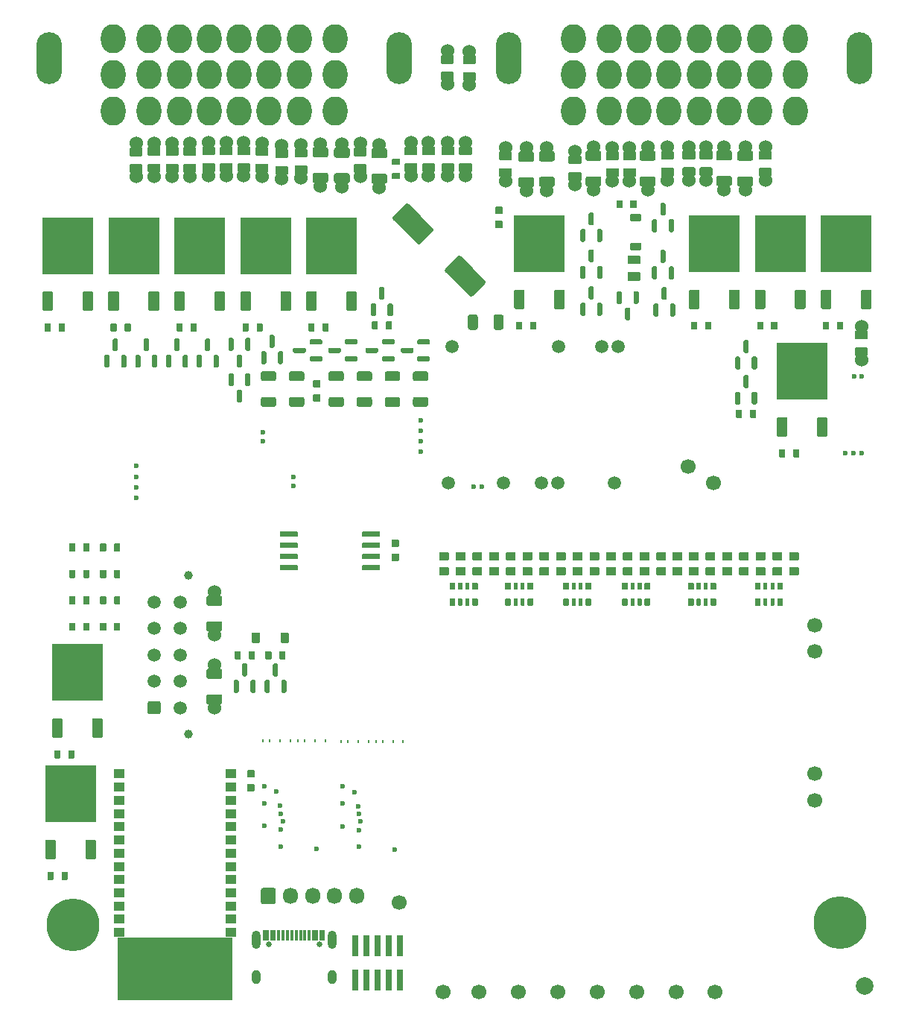
<source format=gts>
G04 #@! TF.GenerationSoftware,KiCad,Pcbnew,7.0.1*
G04 #@! TF.CreationDate,2023-07-12T00:32:14+03:00*
G04 #@! TF.ProjectId,alphax_4ch,616c7068-6178-45f3-9463-682e6b696361,G*
G04 #@! TF.SameCoordinates,PX141f5e0PYa2cace0*
G04 #@! TF.FileFunction,Soldermask,Top*
G04 #@! TF.FilePolarity,Negative*
%FSLAX46Y46*%
G04 Gerber Fmt 4.6, Leading zero omitted, Abs format (unit mm)*
G04 Created by KiCad (PCBNEW 7.0.1) date 2023-07-12 00:32:14*
%MOMM*%
%LPD*%
G01*
G04 APERTURE LIST*
%ADD10C,0.120000*%
%ADD11C,1.524000*%
%ADD12C,1.700000*%
%ADD13C,6.000000*%
%ADD14R,5.800000X6.400000*%
%ADD15O,1.700000X1.850000*%
%ADD16O,2.900000X5.900000*%
%ADD17O,2.800000X3.300000*%
%ADD18C,0.650000*%
%ADD19R,0.300000X1.150000*%
%ADD20O,1.000000X2.100000*%
%ADD21O,1.000000X1.600000*%
%ADD22C,1.000000*%
%ADD23C,1.500000*%
%ADD24C,0.600000*%
%ADD25R,1.300000X1.000000*%
%ADD26C,2.000000*%
%ADD27O,0.200000X0.399999*%
%ADD28C,0.599999*%
%ADD29R,0.740000X2.400000*%
G04 APERTURE END LIST*
G04 #@! TO.C,U4*
D10*
X22850000Y200000D02*
X9850000Y200000D01*
X9850000Y7200000D01*
X22850000Y7200000D01*
X22850000Y200000D01*
G36*
X22850000Y200000D02*
G01*
X9850000Y200000D01*
X9850000Y7200000D01*
X22850000Y7200000D01*
X22850000Y200000D01*
G37*
G04 #@! TD*
D11*
G04 #@! TO.C,R8*
X76750000Y93245000D03*
G36*
G01*
X77375000Y93699999D02*
X76125000Y93699999D01*
G75*
G02*
X76025000Y93799999I0J100000D01*
G01*
X76025000Y94599999D01*
G75*
G02*
X76125000Y94699999I100000J0D01*
G01*
X77375000Y94699999D01*
G75*
G02*
X77475000Y94599999I0J-100000D01*
G01*
X77475000Y93799999D01*
G75*
G02*
X77375000Y93699999I-100000J0D01*
G01*
G37*
G36*
G01*
X77375000Y95600021D02*
X76125000Y95600021D01*
G75*
G02*
X76025000Y95700021I0J100000D01*
G01*
X76025000Y96500021D01*
G75*
G02*
X76125000Y96600021I100000J0D01*
G01*
X77375000Y96600021D01*
G75*
G02*
X77475000Y96500021I0J-100000D01*
G01*
X77475000Y95700021D01*
G75*
G02*
X77375000Y95600021I-100000J0D01*
G01*
G37*
X76750000Y97055000D03*
G04 #@! TD*
D12*
G04 #@! TO.C,P18*
X89100000Y39700000D03*
G04 #@! TD*
D11*
G04 #@! TO.C,F10*
X20840000Y33250000D03*
G36*
G01*
X21740000Y34594990D02*
X21740000Y33904990D01*
G75*
G02*
X21510000Y33674990I-230000J0D01*
G01*
X20170000Y33674990D01*
G75*
G02*
X19940000Y33904990I0J230000D01*
G01*
X19940000Y34594990D01*
G75*
G02*
X20170000Y34824990I230000J0D01*
G01*
X21510000Y34824990D01*
G75*
G02*
X21740000Y34594990I0J-230000D01*
G01*
G37*
G36*
G01*
X21740000Y37495010D02*
X21740000Y36805010D01*
G75*
G02*
X21510000Y36575010I-230000J0D01*
G01*
X20170000Y36575010D01*
G75*
G02*
X19940000Y36805010I0J230000D01*
G01*
X19940000Y37495010D01*
G75*
G02*
X20170000Y37725010I230000J0D01*
G01*
X21510000Y37725010D01*
G75*
G02*
X21740000Y37495010I0J-230000D01*
G01*
G37*
X20840000Y38150000D03*
G04 #@! TD*
G04 #@! TO.C,R2*
G36*
G01*
X82300000Y44965000D02*
X82300000Y45635000D01*
G75*
G02*
X82365000Y45700000I65000J0D01*
G01*
X82885000Y45700000D01*
G75*
G02*
X82950000Y45635000I0J-65000D01*
G01*
X82950000Y44965000D01*
G75*
G02*
X82885000Y44900000I-65000J0D01*
G01*
X82365000Y44900000D01*
G75*
G02*
X82300000Y44965000I0J65000D01*
G01*
G37*
G36*
G01*
X83275000Y44945000D02*
X83275000Y45655000D01*
G75*
G02*
X83320000Y45700000I45000J0D01*
G01*
X83680000Y45700000D01*
G75*
G02*
X83725000Y45655000I0J-45000D01*
G01*
X83725000Y44945000D01*
G75*
G02*
X83680000Y44900000I-45000J0D01*
G01*
X83320000Y44900000D01*
G75*
G02*
X83275000Y44945000I0J45000D01*
G01*
G37*
G36*
G01*
X84075000Y44945000D02*
X84075000Y45655000D01*
G75*
G02*
X84120000Y45700000I45000J0D01*
G01*
X84480000Y45700000D01*
G75*
G02*
X84525000Y45655000I0J-45000D01*
G01*
X84525000Y44945000D01*
G75*
G02*
X84480000Y44900000I-45000J0D01*
G01*
X84120000Y44900000D01*
G75*
G02*
X84075000Y44945000I0J45000D01*
G01*
G37*
G36*
G01*
X84850000Y44965000D02*
X84850000Y45635000D01*
G75*
G02*
X84915000Y45700000I65000J0D01*
G01*
X85435000Y45700000D01*
G75*
G02*
X85500000Y45635000I0J-65000D01*
G01*
X85500000Y44965000D01*
G75*
G02*
X85435000Y44900000I-65000J0D01*
G01*
X84915000Y44900000D01*
G75*
G02*
X84850000Y44965000I0J65000D01*
G01*
G37*
G36*
G01*
X84850000Y46765000D02*
X84850000Y47435000D01*
G75*
G02*
X84915000Y47500000I65000J0D01*
G01*
X85435000Y47500000D01*
G75*
G02*
X85500000Y47435000I0J-65000D01*
G01*
X85500000Y46765000D01*
G75*
G02*
X85435000Y46700000I-65000J0D01*
G01*
X84915000Y46700000D01*
G75*
G02*
X84850000Y46765000I0J65000D01*
G01*
G37*
G36*
G01*
X84075000Y46745000D02*
X84075000Y47455000D01*
G75*
G02*
X84120000Y47500000I45000J0D01*
G01*
X84480000Y47500000D01*
G75*
G02*
X84525000Y47455000I0J-45000D01*
G01*
X84525000Y46745000D01*
G75*
G02*
X84480000Y46700000I-45000J0D01*
G01*
X84120000Y46700000D01*
G75*
G02*
X84075000Y46745000I0J45000D01*
G01*
G37*
G36*
G01*
X83275000Y46745000D02*
X83275000Y47455000D01*
G75*
G02*
X83320000Y47500000I45000J0D01*
G01*
X83680000Y47500000D01*
G75*
G02*
X83725000Y47455000I0J-45000D01*
G01*
X83725000Y46745000D01*
G75*
G02*
X83680000Y46700000I-45000J0D01*
G01*
X83320000Y46700000D01*
G75*
G02*
X83275000Y46745000I0J45000D01*
G01*
G37*
G36*
G01*
X82300000Y46765000D02*
X82300000Y47435000D01*
G75*
G02*
X82365000Y47500000I65000J0D01*
G01*
X82885000Y47500000D01*
G75*
G02*
X82950000Y47435000I0J-65000D01*
G01*
X82950000Y46765000D01*
G75*
G02*
X82885000Y46700000I-65000J0D01*
G01*
X82365000Y46700000D01*
G75*
G02*
X82300000Y46765000I0J65000D01*
G01*
G37*
G04 #@! TD*
G04 #@! TO.C,D36*
G36*
G01*
X51199998Y48300001D02*
X50299998Y48300001D01*
G75*
G02*
X50199998Y48400001I0J100000D01*
G01*
X50199998Y49200001D01*
G75*
G02*
X50299998Y49300001I100000J0D01*
G01*
X51199998Y49300001D01*
G75*
G02*
X51299998Y49200001I0J-100000D01*
G01*
X51299998Y48400001D01*
G75*
G02*
X51199998Y48300001I-100000J0D01*
G01*
G37*
G36*
G01*
X51199998Y50000001D02*
X50299998Y50000001D01*
G75*
G02*
X50199998Y50100001I0J100000D01*
G01*
X50199998Y50900001D01*
G75*
G02*
X50299998Y51000001I100000J0D01*
G01*
X51199998Y51000001D01*
G75*
G02*
X51299998Y50900001I0J-100000D01*
G01*
X51299998Y50100001D01*
G75*
G02*
X51199998Y50000001I-100000J0D01*
G01*
G37*
G04 #@! TD*
D12*
G04 #@! TO.C,P23*
X59900000Y1000000D03*
G04 #@! TD*
G04 #@! TO.C,R1136*
G36*
G01*
X43675000Y71525000D02*
X44925000Y71525000D01*
G75*
G02*
X45175000Y71275000I0J-250000D01*
G01*
X45175000Y70650000D01*
G75*
G02*
X44925000Y70400000I-250000J0D01*
G01*
X43675000Y70400000D01*
G75*
G02*
X43425000Y70650000I0J250000D01*
G01*
X43425000Y71275000D01*
G75*
G02*
X43675000Y71525000I250000J0D01*
G01*
G37*
G36*
G01*
X43675000Y68600000D02*
X44925000Y68600000D01*
G75*
G02*
X45175000Y68350000I0J-250000D01*
G01*
X45175000Y67725000D01*
G75*
G02*
X44925000Y67475000I-250000J0D01*
G01*
X43675000Y67475000D01*
G75*
G02*
X43425000Y67725000I0J250000D01*
G01*
X43425000Y68350000D01*
G75*
G02*
X43675000Y68600000I250000J0D01*
G01*
G37*
G04 #@! TD*
G04 #@! TO.C,R1105*
G36*
G01*
X31550000Y76110000D02*
X31550000Y76890000D01*
G75*
G02*
X31620000Y76960000I70000J0D01*
G01*
X32180000Y76960000D01*
G75*
G02*
X32250000Y76890000I0J-70000D01*
G01*
X32250000Y76110000D01*
G75*
G02*
X32180000Y76040000I-70000J0D01*
G01*
X31620000Y76040000D01*
G75*
G02*
X31550000Y76110000I0J70000D01*
G01*
G37*
G36*
G01*
X33150000Y76110000D02*
X33150000Y76890000D01*
G75*
G02*
X33220000Y76960000I70000J0D01*
G01*
X33780000Y76960000D01*
G75*
G02*
X33850000Y76890000I0J-70000D01*
G01*
X33850000Y76110000D01*
G75*
G02*
X33780000Y76040000I-70000J0D01*
G01*
X33220000Y76040000D01*
G75*
G02*
X33150000Y76110000I0J70000D01*
G01*
G37*
G04 #@! TD*
G04 #@! TO.C,R93*
G36*
G01*
X4350000Y42110000D02*
X4350000Y42890000D01*
G75*
G02*
X4420000Y42960000I70000J0D01*
G01*
X4980000Y42960000D01*
G75*
G02*
X5050000Y42890000I0J-70000D01*
G01*
X5050000Y42110000D01*
G75*
G02*
X4980000Y42040000I-70000J0D01*
G01*
X4420000Y42040000D01*
G75*
G02*
X4350000Y42110000I0J70000D01*
G01*
G37*
G36*
G01*
X5950000Y42110000D02*
X5950000Y42890000D01*
G75*
G02*
X6020000Y42960000I70000J0D01*
G01*
X6580000Y42960000D01*
G75*
G02*
X6650000Y42890000I0J-70000D01*
G01*
X6650000Y42110000D01*
G75*
G02*
X6580000Y42040000I-70000J0D01*
G01*
X6020000Y42040000D01*
G75*
G02*
X5950000Y42110000I0J70000D01*
G01*
G37*
G04 #@! TD*
D13*
G04 #@! TO.C,J8*
X4803000Y8619000D03*
G04 #@! TD*
G04 #@! TO.C,D34*
G36*
G01*
X47399998Y48300001D02*
X46499998Y48300001D01*
G75*
G02*
X46399998Y48400001I0J100000D01*
G01*
X46399998Y49200001D01*
G75*
G02*
X46499998Y49300001I100000J0D01*
G01*
X47399998Y49300001D01*
G75*
G02*
X47499998Y49200001I0J-100000D01*
G01*
X47499998Y48400001D01*
G75*
G02*
X47399998Y48300001I-100000J0D01*
G01*
G37*
G36*
G01*
X47399998Y50000001D02*
X46499998Y50000001D01*
G75*
G02*
X46399998Y50100001I0J100000D01*
G01*
X46399998Y50900001D01*
G75*
G02*
X46499998Y51000001I100000J0D01*
G01*
X47399998Y51000001D01*
G75*
G02*
X47499998Y50900001I0J-100000D01*
G01*
X47499998Y50100001D01*
G75*
G02*
X47399998Y50000001I-100000J0D01*
G01*
G37*
G04 #@! TD*
D11*
G04 #@! TO.C,R59*
X45200000Y97505000D03*
G36*
G01*
X44575000Y97050001D02*
X45825000Y97050001D01*
G75*
G02*
X45925000Y96950001I0J-100000D01*
G01*
X45925000Y96150001D01*
G75*
G02*
X45825000Y96050001I-100000J0D01*
G01*
X44575000Y96050001D01*
G75*
G02*
X44475000Y96150001I0J100000D01*
G01*
X44475000Y96950001D01*
G75*
G02*
X44575000Y97050001I100000J0D01*
G01*
G37*
G36*
G01*
X44575000Y95149979D02*
X45825000Y95149979D01*
G75*
G02*
X45925000Y95049979I0J-100000D01*
G01*
X45925000Y94249979D01*
G75*
G02*
X45825000Y94149979I-100000J0D01*
G01*
X44575000Y94149979D01*
G75*
G02*
X44475000Y94249979I0J100000D01*
G01*
X44475000Y95049979D01*
G75*
G02*
X44575000Y95149979I100000J0D01*
G01*
G37*
X45200000Y93695000D03*
G04 #@! TD*
G04 #@! TO.C,R9*
X74800000Y93245000D03*
G36*
G01*
X75425000Y93699999D02*
X74175000Y93699999D01*
G75*
G02*
X74075000Y93799999I0J100000D01*
G01*
X74075000Y94599999D01*
G75*
G02*
X74175000Y94699999I100000J0D01*
G01*
X75425000Y94699999D01*
G75*
G02*
X75525000Y94599999I0J-100000D01*
G01*
X75525000Y93799999D01*
G75*
G02*
X75425000Y93699999I-100000J0D01*
G01*
G37*
G36*
G01*
X75425000Y95600021D02*
X74175000Y95600021D01*
G75*
G02*
X74075000Y95700021I0J100000D01*
G01*
X74075000Y96500021D01*
G75*
G02*
X74175000Y96600021I100000J0D01*
G01*
X75425000Y96600021D01*
G75*
G02*
X75525000Y96500021I0J-100000D01*
G01*
X75525000Y95700021D01*
G75*
G02*
X75425000Y95600021I-100000J0D01*
G01*
G37*
X74800000Y97055000D03*
G04 #@! TD*
G04 #@! TO.C,R68*
X24200000Y93695000D03*
G36*
G01*
X24825000Y94149999D02*
X23575000Y94149999D01*
G75*
G02*
X23475000Y94249999I0J100000D01*
G01*
X23475000Y95049999D01*
G75*
G02*
X23575000Y95149999I100000J0D01*
G01*
X24825000Y95149999D01*
G75*
G02*
X24925000Y95049999I0J-100000D01*
G01*
X24925000Y94249999D01*
G75*
G02*
X24825000Y94149999I-100000J0D01*
G01*
G37*
G36*
G01*
X24825000Y96050021D02*
X23575000Y96050021D01*
G75*
G02*
X23475000Y96150021I0J100000D01*
G01*
X23475000Y96950021D01*
G75*
G02*
X23575000Y97050021I100000J0D01*
G01*
X24825000Y97050021D01*
G75*
G02*
X24925000Y96950021I0J-100000D01*
G01*
X24925000Y96150021D01*
G75*
G02*
X24825000Y96050021I-100000J0D01*
G01*
G37*
X24200000Y97505000D03*
G04 #@! TD*
G04 #@! TO.C,Q47*
G36*
G01*
X24880000Y78400000D02*
X23920000Y78400000D01*
G75*
G02*
X23800000Y78520000I0J120000D01*
G01*
X23800000Y80480000D01*
G75*
G02*
X23920000Y80600000I120000J0D01*
G01*
X24880000Y80600000D01*
G75*
G02*
X25000000Y80480000I0J-120000D01*
G01*
X25000000Y78520000D01*
G75*
G02*
X24880000Y78400000I-120000J0D01*
G01*
G37*
D14*
X26680000Y85800000D03*
G36*
G01*
X29440000Y78400000D02*
X28480000Y78400000D01*
G75*
G02*
X28360000Y78520000I0J120000D01*
G01*
X28360000Y80480000D01*
G75*
G02*
X28480000Y80600000I120000J0D01*
G01*
X29440000Y80600000D01*
G75*
G02*
X29560000Y80480000I0J-120000D01*
G01*
X29560000Y78520000D01*
G75*
G02*
X29440000Y78400000I-120000J0D01*
G01*
G37*
G04 #@! TD*
G04 #@! TO.C,J5*
G36*
G01*
X26150000Y11225000D02*
X26150000Y12575000D01*
G75*
G02*
X26400000Y12825000I250000J0D01*
G01*
X27600000Y12825000D01*
G75*
G02*
X27850000Y12575000I0J-250000D01*
G01*
X27850000Y11225000D01*
G75*
G02*
X27600000Y10975000I-250000J0D01*
G01*
X26400000Y10975000D01*
G75*
G02*
X26150000Y11225000I0J250000D01*
G01*
G37*
D15*
X29500000Y11900000D03*
X32000000Y11900000D03*
X34500000Y11900000D03*
X37000000Y11900000D03*
G04 #@! TD*
D11*
G04 #@! TO.C,F4*
X63950000Y97000000D03*
G36*
G01*
X63050000Y95655010D02*
X63050000Y96345010D01*
G75*
G02*
X63280000Y96575010I230000J0D01*
G01*
X64620000Y96575010D01*
G75*
G02*
X64850000Y96345010I0J-230000D01*
G01*
X64850000Y95655010D01*
G75*
G02*
X64620000Y95425010I-230000J0D01*
G01*
X63280000Y95425010D01*
G75*
G02*
X63050000Y95655010I0J230000D01*
G01*
G37*
G36*
G01*
X63050000Y92754990D02*
X63050000Y93444990D01*
G75*
G02*
X63280000Y93674990I230000J0D01*
G01*
X64620000Y93674990D01*
G75*
G02*
X64850000Y93444990I0J-230000D01*
G01*
X64850000Y92754990D01*
G75*
G02*
X64620000Y92524990I-230000J0D01*
G01*
X63280000Y92524990D01*
G75*
G02*
X63050000Y92754990I0J230000D01*
G01*
G37*
X63950000Y92100000D03*
G04 #@! TD*
G04 #@! TO.C,Q13*
G36*
G01*
X80500000Y67725000D02*
X80200000Y67725000D01*
G75*
G02*
X80050000Y67875000I0J150000D01*
G01*
X80050000Y69050000D01*
G75*
G02*
X80200000Y69200000I150000J0D01*
G01*
X80500000Y69200000D01*
G75*
G02*
X80650000Y69050000I0J-150000D01*
G01*
X80650000Y67875000D01*
G75*
G02*
X80500000Y67725000I-150000J0D01*
G01*
G37*
G36*
G01*
X81450000Y69600000D02*
X81150000Y69600000D01*
G75*
G02*
X81000000Y69750000I0J150000D01*
G01*
X81000000Y70925000D01*
G75*
G02*
X81150000Y71075000I150000J0D01*
G01*
X81450000Y71075000D01*
G75*
G02*
X81600000Y70925000I0J-150000D01*
G01*
X81600000Y69750000D01*
G75*
G02*
X81450000Y69600000I-150000J0D01*
G01*
G37*
G36*
G01*
X82400000Y67725000D02*
X82100000Y67725000D01*
G75*
G02*
X81950000Y67875000I0J150000D01*
G01*
X81950000Y69050000D01*
G75*
G02*
X82100000Y69200000I150000J0D01*
G01*
X82400000Y69200000D01*
G75*
G02*
X82550000Y69050000I0J-150000D01*
G01*
X82550000Y67875000D01*
G75*
G02*
X82400000Y67725000I-150000J0D01*
G01*
G37*
G04 #@! TD*
G04 #@! TO.C,R91*
X94400000Y72795000D03*
G36*
G01*
X95025000Y73249999D02*
X93775000Y73249999D01*
G75*
G02*
X93675000Y73349999I0J100000D01*
G01*
X93675000Y74149999D01*
G75*
G02*
X93775000Y74249999I100000J0D01*
G01*
X95025000Y74249999D01*
G75*
G02*
X95125000Y74149999I0J-100000D01*
G01*
X95125000Y73349999D01*
G75*
G02*
X95025000Y73249999I-100000J0D01*
G01*
G37*
G36*
G01*
X95025000Y75150021D02*
X93775000Y75150021D01*
G75*
G02*
X93675000Y75250021I0J100000D01*
G01*
X93675000Y76050021D01*
G75*
G02*
X93775000Y76150021I100000J0D01*
G01*
X95025000Y76150021D01*
G75*
G02*
X95125000Y76050021I0J-100000D01*
G01*
X95125000Y75250021D01*
G75*
G02*
X95025000Y75150021I-100000J0D01*
G01*
G37*
X94400000Y76605000D03*
G04 #@! TD*
G04 #@! TO.C,R98*
G36*
G01*
X75050000Y76310000D02*
X75050000Y77090000D01*
G75*
G02*
X75120000Y77160000I70000J0D01*
G01*
X75680000Y77160000D01*
G75*
G02*
X75750000Y77090000I0J-70000D01*
G01*
X75750000Y76310000D01*
G75*
G02*
X75680000Y76240000I-70000J0D01*
G01*
X75120000Y76240000D01*
G75*
G02*
X75050000Y76310000I0J70000D01*
G01*
G37*
G36*
G01*
X76650000Y76310000D02*
X76650000Y77090000D01*
G75*
G02*
X76720000Y77160000I70000J0D01*
G01*
X77280000Y77160000D01*
G75*
G02*
X77350000Y77090000I0J-70000D01*
G01*
X77350000Y76310000D01*
G75*
G02*
X77280000Y76240000I-70000J0D01*
G01*
X76720000Y76240000D01*
G75*
G02*
X76650000Y76310000I0J70000D01*
G01*
G37*
G04 #@! TD*
G04 #@! TO.C,Q49*
G36*
G01*
X45375000Y73100000D02*
X45375000Y72800000D01*
G75*
G02*
X45225000Y72650000I-150000J0D01*
G01*
X44050000Y72650000D01*
G75*
G02*
X43900000Y72800000I0J150000D01*
G01*
X43900000Y73100000D01*
G75*
G02*
X44050000Y73250000I150000J0D01*
G01*
X45225000Y73250000D01*
G75*
G02*
X45375000Y73100000I0J-150000D01*
G01*
G37*
G36*
G01*
X43500000Y74050000D02*
X43500000Y73750000D01*
G75*
G02*
X43350000Y73600000I-150000J0D01*
G01*
X42175000Y73600000D01*
G75*
G02*
X42025000Y73750000I0J150000D01*
G01*
X42025000Y74050000D01*
G75*
G02*
X42175000Y74200000I150000J0D01*
G01*
X43350000Y74200000D01*
G75*
G02*
X43500000Y74050000I0J-150000D01*
G01*
G37*
G36*
G01*
X45375000Y75000000D02*
X45375000Y74700000D01*
G75*
G02*
X45225000Y74550000I-150000J0D01*
G01*
X44050000Y74550000D01*
G75*
G02*
X43900000Y74700000I0J150000D01*
G01*
X43900000Y75000000D01*
G75*
G02*
X44050000Y75150000I150000J0D01*
G01*
X45225000Y75150000D01*
G75*
G02*
X45375000Y75000000I0J-150000D01*
G01*
G37*
G04 #@! TD*
G04 #@! TO.C,D15*
G36*
G01*
X66399998Y48300001D02*
X65499998Y48300001D01*
G75*
G02*
X65399998Y48400001I0J100000D01*
G01*
X65399998Y49200001D01*
G75*
G02*
X65499998Y49300001I100000J0D01*
G01*
X66399998Y49300001D01*
G75*
G02*
X66499998Y49200001I0J-100000D01*
G01*
X66499998Y48400001D01*
G75*
G02*
X66399998Y48300001I-100000J0D01*
G01*
G37*
G36*
G01*
X66399998Y50000001D02*
X65499998Y50000001D01*
G75*
G02*
X65399998Y50100001I0J100000D01*
G01*
X65399998Y50900001D01*
G75*
G02*
X65499998Y51000001I100000J0D01*
G01*
X66399998Y51000001D01*
G75*
G02*
X66499998Y50900001I0J-100000D01*
G01*
X66499998Y50100001D01*
G75*
G02*
X66399998Y50000001I-100000J0D01*
G01*
G37*
G04 #@! TD*
G04 #@! TO.C,C4*
G36*
G01*
X52860000Y90215001D02*
X53540000Y90215001D01*
G75*
G02*
X53625000Y90130001I0J-85000D01*
G01*
X53625000Y89450001D01*
G75*
G02*
X53540000Y89365001I-85000J0D01*
G01*
X52860000Y89365001D01*
G75*
G02*
X52775000Y89450001I0J85000D01*
G01*
X52775000Y90130001D01*
G75*
G02*
X52860000Y90215001I85000J0D01*
G01*
G37*
G36*
G01*
X52860000Y88634999D02*
X53540000Y88634999D01*
G75*
G02*
X53625000Y88549999I0J-85000D01*
G01*
X53625000Y87869999D01*
G75*
G02*
X53540000Y87784999I-85000J0D01*
G01*
X52860000Y87784999D01*
G75*
G02*
X52775000Y87869999I0J85000D01*
G01*
X52775000Y88549999D01*
G75*
G02*
X52860000Y88634999I85000J0D01*
G01*
G37*
G04 #@! TD*
G04 #@! TO.C,R1102*
G36*
G01*
X90050000Y76310000D02*
X90050000Y77090000D01*
G75*
G02*
X90120000Y77160000I70000J0D01*
G01*
X90680000Y77160000D01*
G75*
G02*
X90750000Y77090000I0J-70000D01*
G01*
X90750000Y76310000D01*
G75*
G02*
X90680000Y76240000I-70000J0D01*
G01*
X90120000Y76240000D01*
G75*
G02*
X90050000Y76310000I0J70000D01*
G01*
G37*
G36*
G01*
X91650000Y76310000D02*
X91650000Y77090000D01*
G75*
G02*
X91720000Y77160000I70000J0D01*
G01*
X92280000Y77160000D01*
G75*
G02*
X92350000Y77090000I0J-70000D01*
G01*
X92350000Y76310000D01*
G75*
G02*
X92280000Y76240000I-70000J0D01*
G01*
X91720000Y76240000D01*
G75*
G02*
X91650000Y76310000I0J70000D01*
G01*
G37*
G04 #@! TD*
G04 #@! TO.C,Q48*
G36*
G01*
X56000000Y78600000D02*
X55040000Y78600000D01*
G75*
G02*
X54920000Y78720000I0J120000D01*
G01*
X54920000Y80680000D01*
G75*
G02*
X55040000Y80800000I120000J0D01*
G01*
X56000000Y80800000D01*
G75*
G02*
X56120000Y80680000I0J-120000D01*
G01*
X56120000Y78720000D01*
G75*
G02*
X56000000Y78600000I-120000J0D01*
G01*
G37*
D14*
X57800000Y86000000D03*
G36*
G01*
X60560000Y78600000D02*
X59600000Y78600000D01*
G75*
G02*
X59480000Y78720000I0J120000D01*
G01*
X59480000Y80680000D01*
G75*
G02*
X59600000Y80800000I120000J0D01*
G01*
X60560000Y80800000D01*
G75*
G02*
X60680000Y80680000I0J-120000D01*
G01*
X60680000Y78720000D01*
G75*
G02*
X60560000Y78600000I-120000J0D01*
G01*
G37*
G04 #@! TD*
G04 #@! TO.C,R50*
G36*
G01*
X60500000Y44965000D02*
X60500000Y45635000D01*
G75*
G02*
X60565000Y45700000I65000J0D01*
G01*
X61085000Y45700000D01*
G75*
G02*
X61150000Y45635000I0J-65000D01*
G01*
X61150000Y44965000D01*
G75*
G02*
X61085000Y44900000I-65000J0D01*
G01*
X60565000Y44900000D01*
G75*
G02*
X60500000Y44965000I0J65000D01*
G01*
G37*
G36*
G01*
X61475000Y44945000D02*
X61475000Y45655000D01*
G75*
G02*
X61520000Y45700000I45000J0D01*
G01*
X61880000Y45700000D01*
G75*
G02*
X61925000Y45655000I0J-45000D01*
G01*
X61925000Y44945000D01*
G75*
G02*
X61880000Y44900000I-45000J0D01*
G01*
X61520000Y44900000D01*
G75*
G02*
X61475000Y44945000I0J45000D01*
G01*
G37*
G36*
G01*
X62275000Y44945000D02*
X62275000Y45655000D01*
G75*
G02*
X62320000Y45700000I45000J0D01*
G01*
X62680000Y45700000D01*
G75*
G02*
X62725000Y45655000I0J-45000D01*
G01*
X62725000Y44945000D01*
G75*
G02*
X62680000Y44900000I-45000J0D01*
G01*
X62320000Y44900000D01*
G75*
G02*
X62275000Y44945000I0J45000D01*
G01*
G37*
G36*
G01*
X63050000Y44965000D02*
X63050000Y45635000D01*
G75*
G02*
X63115000Y45700000I65000J0D01*
G01*
X63635000Y45700000D01*
G75*
G02*
X63700000Y45635000I0J-65000D01*
G01*
X63700000Y44965000D01*
G75*
G02*
X63635000Y44900000I-65000J0D01*
G01*
X63115000Y44900000D01*
G75*
G02*
X63050000Y44965000I0J65000D01*
G01*
G37*
G36*
G01*
X63050000Y46765000D02*
X63050000Y47435000D01*
G75*
G02*
X63115000Y47500000I65000J0D01*
G01*
X63635000Y47500000D01*
G75*
G02*
X63700000Y47435000I0J-65000D01*
G01*
X63700000Y46765000D01*
G75*
G02*
X63635000Y46700000I-65000J0D01*
G01*
X63115000Y46700000D01*
G75*
G02*
X63050000Y46765000I0J65000D01*
G01*
G37*
G36*
G01*
X62275000Y46745000D02*
X62275000Y47455000D01*
G75*
G02*
X62320000Y47500000I45000J0D01*
G01*
X62680000Y47500000D01*
G75*
G02*
X62725000Y47455000I0J-45000D01*
G01*
X62725000Y46745000D01*
G75*
G02*
X62680000Y46700000I-45000J0D01*
G01*
X62320000Y46700000D01*
G75*
G02*
X62275000Y46745000I0J45000D01*
G01*
G37*
G36*
G01*
X61475000Y46745000D02*
X61475000Y47455000D01*
G75*
G02*
X61520000Y47500000I45000J0D01*
G01*
X61880000Y47500000D01*
G75*
G02*
X61925000Y47455000I0J-45000D01*
G01*
X61925000Y46745000D01*
G75*
G02*
X61880000Y46700000I-45000J0D01*
G01*
X61520000Y46700000D01*
G75*
G02*
X61475000Y46745000I0J45000D01*
G01*
G37*
G36*
G01*
X60500000Y46765000D02*
X60500000Y47435000D01*
G75*
G02*
X60565000Y47500000I65000J0D01*
G01*
X61085000Y47500000D01*
G75*
G02*
X61150000Y47435000I0J-65000D01*
G01*
X61150000Y46765000D01*
G75*
G02*
X61085000Y46700000I-65000J0D01*
G01*
X60565000Y46700000D01*
G75*
G02*
X60500000Y46765000I0J65000D01*
G01*
G37*
G04 #@! TD*
G04 #@! TO.C,D28*
G36*
G01*
X26609999Y72325000D02*
X26309999Y72325000D01*
G75*
G02*
X26159999Y72475000I0J150000D01*
G01*
X26159999Y73650000D01*
G75*
G02*
X26309999Y73800000I150000J0D01*
G01*
X26609999Y73800000D01*
G75*
G02*
X26759999Y73650000I0J-150000D01*
G01*
X26759999Y72475000D01*
G75*
G02*
X26609999Y72325000I-150000J0D01*
G01*
G37*
G36*
G01*
X27559999Y74200000D02*
X27259999Y74200000D01*
G75*
G02*
X27109999Y74350000I0J150000D01*
G01*
X27109999Y75525000D01*
G75*
G02*
X27259999Y75675000I150000J0D01*
G01*
X27559999Y75675000D01*
G75*
G02*
X27709999Y75525000I0J-150000D01*
G01*
X27709999Y74350000D01*
G75*
G02*
X27559999Y74200000I-150000J0D01*
G01*
G37*
G36*
G01*
X28509999Y72325000D02*
X28209999Y72325000D01*
G75*
G02*
X28059999Y72475000I0J150000D01*
G01*
X28059999Y73650000D01*
G75*
G02*
X28209999Y73800000I150000J0D01*
G01*
X28509999Y73800000D01*
G75*
G02*
X28659999Y73650000I0J-150000D01*
G01*
X28659999Y72475000D01*
G75*
G02*
X28509999Y72325000I-150000J0D01*
G01*
G37*
G04 #@! TD*
G04 #@! TO.C,D12*
G36*
G01*
X73950000Y48300000D02*
X73050000Y48300000D01*
G75*
G02*
X72950000Y48400000I0J100000D01*
G01*
X72950000Y49200000D01*
G75*
G02*
X73050000Y49300000I100000J0D01*
G01*
X73950000Y49300000D01*
G75*
G02*
X74050000Y49200000I0J-100000D01*
G01*
X74050000Y48400000D01*
G75*
G02*
X73950000Y48300000I-100000J0D01*
G01*
G37*
G36*
G01*
X73950000Y50000000D02*
X73050000Y50000000D01*
G75*
G02*
X72950000Y50100000I0J100000D01*
G01*
X72950000Y50900000D01*
G75*
G02*
X73050000Y51000000I100000J0D01*
G01*
X73950000Y51000000D01*
G75*
G02*
X74050000Y50900000I0J-100000D01*
G01*
X74050000Y50100000D01*
G75*
G02*
X73950000Y50000000I-100000J0D01*
G01*
G37*
G04 #@! TD*
D16*
G04 #@! TO.C,P2*
X2050000Y107100000D03*
X41850000Y107100000D03*
D17*
X9350000Y101100000D03*
X13450000Y101100000D03*
X16850000Y101100000D03*
X20250000Y101100000D03*
X23650000Y101100000D03*
X27050000Y101100000D03*
X30500000Y101100000D03*
X34600000Y101100000D03*
X9350000Y105250000D03*
X13450000Y105250000D03*
X16850000Y105250000D03*
X20250000Y105250000D03*
X23650000Y105250000D03*
X27050000Y105250000D03*
X30500000Y105250000D03*
X34600000Y105250000D03*
X9350000Y109300000D03*
X13450000Y109300000D03*
X16850000Y109300000D03*
X20250000Y109300000D03*
X23650000Y109300000D03*
X27050000Y109300000D03*
X30500000Y109300000D03*
X34600000Y109300000D03*
G04 #@! TD*
G04 #@! TO.C,D11*
G36*
G01*
X75799998Y48300001D02*
X74899998Y48300001D01*
G75*
G02*
X74799998Y48400001I0J100000D01*
G01*
X74799998Y49200001D01*
G75*
G02*
X74899998Y49300001I100000J0D01*
G01*
X75799998Y49300001D01*
G75*
G02*
X75899998Y49200001I0J-100000D01*
G01*
X75899998Y48400001D01*
G75*
G02*
X75799998Y48300001I-100000J0D01*
G01*
G37*
G36*
G01*
X75799998Y50000001D02*
X74899998Y50000001D01*
G75*
G02*
X74799998Y50100001I0J100000D01*
G01*
X74799998Y50900001D01*
G75*
G02*
X74899998Y51000001I100000J0D01*
G01*
X75799998Y51000001D01*
G75*
G02*
X75899998Y50900001I0J-100000D01*
G01*
X75899998Y50100001D01*
G75*
G02*
X75799998Y50000001I-100000J0D01*
G01*
G37*
G04 #@! TD*
D12*
G04 #@! TO.C,P19*
X41900000Y11200000D03*
G04 #@! TD*
G04 #@! TO.C,R1108*
G36*
G01*
X24050000Y76110000D02*
X24050000Y76890000D01*
G75*
G02*
X24120000Y76960000I70000J0D01*
G01*
X24680000Y76960000D01*
G75*
G02*
X24750000Y76890000I0J-70000D01*
G01*
X24750000Y76110000D01*
G75*
G02*
X24680000Y76040000I-70000J0D01*
G01*
X24120000Y76040000D01*
G75*
G02*
X24050000Y76110000I0J70000D01*
G01*
G37*
G36*
G01*
X25650000Y76110000D02*
X25650000Y76890000D01*
G75*
G02*
X25720000Y76960000I70000J0D01*
G01*
X26280000Y76960000D01*
G75*
G02*
X26350000Y76890000I0J-70000D01*
G01*
X26350000Y76110000D01*
G75*
G02*
X26280000Y76040000I-70000J0D01*
G01*
X25720000Y76040000D01*
G75*
G02*
X25650000Y76110000I0J70000D01*
G01*
G37*
G04 #@! TD*
D11*
G04 #@! TO.C,R11*
X47350000Y104095000D03*
G36*
G01*
X47975000Y104549999D02*
X46725000Y104549999D01*
G75*
G02*
X46625000Y104649999I0J100000D01*
G01*
X46625000Y105449999D01*
G75*
G02*
X46725000Y105549999I100000J0D01*
G01*
X47975000Y105549999D01*
G75*
G02*
X48075000Y105449999I0J-100000D01*
G01*
X48075000Y104649999D01*
G75*
G02*
X47975000Y104549999I-100000J0D01*
G01*
G37*
G36*
G01*
X47975000Y106450021D02*
X46725000Y106450021D01*
G75*
G02*
X46625000Y106550021I0J100000D01*
G01*
X46625000Y107350021D01*
G75*
G02*
X46725000Y107450021I100000J0D01*
G01*
X47975000Y107450021D01*
G75*
G02*
X48075000Y107350021I0J-100000D01*
G01*
X48075000Y106550021D01*
G75*
G02*
X47975000Y106450021I-100000J0D01*
G01*
G37*
X47350000Y107905000D03*
G04 #@! TD*
G04 #@! TO.C,Q35*
G36*
G01*
X37137500Y73100000D02*
X37137500Y72800000D01*
G75*
G02*
X36987500Y72650000I-150000J0D01*
G01*
X35812500Y72650000D01*
G75*
G02*
X35662500Y72800000I0J150000D01*
G01*
X35662500Y73100000D01*
G75*
G02*
X35812500Y73250000I150000J0D01*
G01*
X36987500Y73250000D01*
G75*
G02*
X37137500Y73100000I0J-150000D01*
G01*
G37*
G36*
G01*
X35262500Y74050000D02*
X35262500Y73750000D01*
G75*
G02*
X35112500Y73600000I-150000J0D01*
G01*
X33937500Y73600000D01*
G75*
G02*
X33787500Y73750000I0J150000D01*
G01*
X33787500Y74050000D01*
G75*
G02*
X33937500Y74200000I150000J0D01*
G01*
X35112500Y74200000D01*
G75*
G02*
X35262500Y74050000I0J-150000D01*
G01*
G37*
G36*
G01*
X37137500Y75000000D02*
X37137500Y74700000D01*
G75*
G02*
X36987500Y74550000I-150000J0D01*
G01*
X35812500Y74550000D01*
G75*
G02*
X35662500Y74700000I0J150000D01*
G01*
X35662500Y75000000D01*
G75*
G02*
X35812500Y75150000I150000J0D01*
G01*
X36987500Y75150000D01*
G75*
G02*
X37137500Y75000000I0J-150000D01*
G01*
G37*
G04 #@! TD*
D12*
G04 #@! TO.C,P26*
X64400000Y1000000D03*
G04 #@! TD*
D11*
G04 #@! TO.C,R60*
X43200000Y93695000D03*
G36*
G01*
X43825000Y94149999D02*
X42575000Y94149999D01*
G75*
G02*
X42475000Y94249999I0J100000D01*
G01*
X42475000Y95049999D01*
G75*
G02*
X42575000Y95149999I100000J0D01*
G01*
X43825000Y95149999D01*
G75*
G02*
X43925000Y95049999I0J-100000D01*
G01*
X43925000Y94249999D01*
G75*
G02*
X43825000Y94149999I-100000J0D01*
G01*
G37*
G36*
G01*
X43825000Y96050021D02*
X42575000Y96050021D01*
G75*
G02*
X42475000Y96150021I0J100000D01*
G01*
X42475000Y96950021D01*
G75*
G02*
X42575000Y97050021I100000J0D01*
G01*
X43825000Y97050021D01*
G75*
G02*
X43925000Y96950021I0J-100000D01*
G01*
X43925000Y96150021D01*
G75*
G02*
X43825000Y96050021I-100000J0D01*
G01*
G37*
X43200000Y97505000D03*
G04 #@! TD*
D18*
G04 #@! TO.C,J1*
X27010000Y6420000D03*
X32790000Y6420000D03*
D19*
X26550000Y7485000D03*
X27350000Y7485000D03*
X28650000Y7485000D03*
X29650000Y7485000D03*
X30150000Y7485000D03*
X31150000Y7485000D03*
X32450000Y7485000D03*
X33250000Y7485000D03*
X32950000Y7485000D03*
X32150000Y7485000D03*
X31650000Y7485000D03*
X30650000Y7485000D03*
X29150000Y7485000D03*
X28150000Y7485000D03*
X27650000Y7485000D03*
X26850000Y7485000D03*
D20*
X25580000Y6920000D03*
D21*
X25580000Y2740000D03*
D20*
X34220000Y6920000D03*
D21*
X34220000Y2740000D03*
G04 #@! TD*
G04 #@! TO.C,R1113*
G36*
G01*
X38750000Y76347500D02*
X38750000Y77127500D01*
G75*
G02*
X38820000Y77197500I70000J0D01*
G01*
X39380000Y77197500D01*
G75*
G02*
X39450000Y77127500I0J-70000D01*
G01*
X39450000Y76347500D01*
G75*
G02*
X39380000Y76277500I-70000J0D01*
G01*
X38820000Y76277500D01*
G75*
G02*
X38750000Y76347500I0J70000D01*
G01*
G37*
G36*
G01*
X40350000Y76347500D02*
X40350000Y77127500D01*
G75*
G02*
X40420000Y77197500I70000J0D01*
G01*
X40980000Y77197500D01*
G75*
G02*
X41050000Y77127500I0J-70000D01*
G01*
X41050000Y76347500D01*
G75*
G02*
X40980000Y76277500I-70000J0D01*
G01*
X40420000Y76277500D01*
G75*
G02*
X40350000Y76347500I0J70000D01*
G01*
G37*
G04 #@! TD*
D12*
G04 #@! TO.C,P16*
X89100000Y22800000D03*
G04 #@! TD*
G04 #@! TO.C,Q45*
G36*
G01*
X2700000Y16100000D02*
X1740000Y16100000D01*
G75*
G02*
X1620000Y16220000I0J120000D01*
G01*
X1620000Y18180000D01*
G75*
G02*
X1740000Y18300000I120000J0D01*
G01*
X2700000Y18300000D01*
G75*
G02*
X2820000Y18180000I0J-120000D01*
G01*
X2820000Y16220000D01*
G75*
G02*
X2700000Y16100000I-120000J0D01*
G01*
G37*
D14*
X4500000Y23500000D03*
G36*
G01*
X7260000Y16100000D02*
X6300000Y16100000D01*
G75*
G02*
X6180000Y16220000I0J120000D01*
G01*
X6180000Y18180000D01*
G75*
G02*
X6300000Y18300000I120000J0D01*
G01*
X7260000Y18300000D01*
G75*
G02*
X7380000Y18180000I0J-120000D01*
G01*
X7380000Y16220000D01*
G75*
G02*
X7260000Y16100000I-120000J0D01*
G01*
G37*
G04 #@! TD*
D12*
G04 #@! TO.C,P21*
X50900000Y1000000D03*
G04 #@! TD*
G04 #@! TO.C,Q8*
G36*
G01*
X15800000Y71925000D02*
X15500000Y71925000D01*
G75*
G02*
X15350000Y72075000I0J150000D01*
G01*
X15350000Y73250000D01*
G75*
G02*
X15500000Y73400000I150000J0D01*
G01*
X15800000Y73400000D01*
G75*
G02*
X15950000Y73250000I0J-150000D01*
G01*
X15950000Y72075000D01*
G75*
G02*
X15800000Y71925000I-150000J0D01*
G01*
G37*
G36*
G01*
X16750000Y73800000D02*
X16450000Y73800000D01*
G75*
G02*
X16300000Y73950000I0J150000D01*
G01*
X16300000Y75125000D01*
G75*
G02*
X16450000Y75275000I150000J0D01*
G01*
X16750000Y75275000D01*
G75*
G02*
X16900000Y75125000I0J-150000D01*
G01*
X16900000Y73950000D01*
G75*
G02*
X16750000Y73800000I-150000J0D01*
G01*
G37*
G36*
G01*
X17700000Y71925000D02*
X17400000Y71925000D01*
G75*
G02*
X17250000Y72075000I0J150000D01*
G01*
X17250000Y73250000D01*
G75*
G02*
X17400000Y73400000I150000J0D01*
G01*
X17700000Y73400000D01*
G75*
G02*
X17850000Y73250000I0J-150000D01*
G01*
X17850000Y72075000D01*
G75*
G02*
X17700000Y71925000I-150000J0D01*
G01*
G37*
G04 #@! TD*
G04 #@! TO.C,Q4*
G36*
G01*
X27000000Y34982581D02*
X26700000Y34982581D01*
G75*
G02*
X26550000Y35132581I0J150000D01*
G01*
X26550000Y36307581D01*
G75*
G02*
X26700000Y36457581I150000J0D01*
G01*
X27000000Y36457581D01*
G75*
G02*
X27150000Y36307581I0J-150000D01*
G01*
X27150000Y35132581D01*
G75*
G02*
X27000000Y34982581I-150000J0D01*
G01*
G37*
G36*
G01*
X27950000Y36857581D02*
X27650000Y36857581D01*
G75*
G02*
X27500000Y37007581I0J150000D01*
G01*
X27500000Y38182581D01*
G75*
G02*
X27650000Y38332581I150000J0D01*
G01*
X27950000Y38332581D01*
G75*
G02*
X28100000Y38182581I0J-150000D01*
G01*
X28100000Y37007581D01*
G75*
G02*
X27950000Y36857581I-150000J0D01*
G01*
G37*
G36*
G01*
X28900000Y34982581D02*
X28600000Y34982581D01*
G75*
G02*
X28450000Y35132581I0J150000D01*
G01*
X28450000Y36307581D01*
G75*
G02*
X28600000Y36457581I150000J0D01*
G01*
X28900000Y36457581D01*
G75*
G02*
X29050000Y36307581I0J-150000D01*
G01*
X29050000Y35132581D01*
G75*
G02*
X28900000Y34982581I-150000J0D01*
G01*
G37*
G04 #@! TD*
G04 #@! TO.C,R30*
G36*
G01*
X80150000Y66310000D02*
X80150000Y67090000D01*
G75*
G02*
X80220000Y67160000I70000J0D01*
G01*
X80780000Y67160000D01*
G75*
G02*
X80850000Y67090000I0J-70000D01*
G01*
X80850000Y66310000D01*
G75*
G02*
X80780000Y66240000I-70000J0D01*
G01*
X80220000Y66240000D01*
G75*
G02*
X80150000Y66310000I0J70000D01*
G01*
G37*
G36*
G01*
X81750000Y66310000D02*
X81750000Y67090000D01*
G75*
G02*
X81820000Y67160000I70000J0D01*
G01*
X82380000Y67160000D01*
G75*
G02*
X82450000Y67090000I0J-70000D01*
G01*
X82450000Y66310000D01*
G75*
G02*
X82380000Y66240000I-70000J0D01*
G01*
X81820000Y66240000D01*
G75*
G02*
X81750000Y66310000I0J70000D01*
G01*
G37*
G04 #@! TD*
G04 #@! TO.C,R1101*
G36*
G01*
X9050000Y76110000D02*
X9050000Y76890000D01*
G75*
G02*
X9120000Y76960000I70000J0D01*
G01*
X9680000Y76960000D01*
G75*
G02*
X9750000Y76890000I0J-70000D01*
G01*
X9750000Y76110000D01*
G75*
G02*
X9680000Y76040000I-70000J0D01*
G01*
X9120000Y76040000D01*
G75*
G02*
X9050000Y76110000I0J70000D01*
G01*
G37*
G36*
G01*
X10650000Y76110000D02*
X10650000Y76890000D01*
G75*
G02*
X10720000Y76960000I70000J0D01*
G01*
X11280000Y76960000D01*
G75*
G02*
X11350000Y76890000I0J-70000D01*
G01*
X11350000Y76110000D01*
G75*
G02*
X11280000Y76040000I-70000J0D01*
G01*
X10720000Y76040000D01*
G75*
G02*
X10650000Y76110000I0J70000D01*
G01*
G37*
G04 #@! TD*
G04 #@! TO.C,Q15*
G36*
G01*
X62900000Y77825000D02*
X62600000Y77825000D01*
G75*
G02*
X62450000Y77975000I0J150000D01*
G01*
X62450000Y79150000D01*
G75*
G02*
X62600000Y79300000I150000J0D01*
G01*
X62900000Y79300000D01*
G75*
G02*
X63050000Y79150000I0J-150000D01*
G01*
X63050000Y77975000D01*
G75*
G02*
X62900000Y77825000I-150000J0D01*
G01*
G37*
G36*
G01*
X63850000Y79700000D02*
X63550000Y79700000D01*
G75*
G02*
X63400000Y79850000I0J150000D01*
G01*
X63400000Y81025000D01*
G75*
G02*
X63550000Y81175000I150000J0D01*
G01*
X63850000Y81175000D01*
G75*
G02*
X64000000Y81025000I0J-150000D01*
G01*
X64000000Y79850000D01*
G75*
G02*
X63850000Y79700000I-150000J0D01*
G01*
G37*
G36*
G01*
X64800000Y77825000D02*
X64500000Y77825000D01*
G75*
G02*
X64350000Y77975000I0J150000D01*
G01*
X64350000Y79150000D01*
G75*
G02*
X64500000Y79300000I150000J0D01*
G01*
X64800000Y79300000D01*
G75*
G02*
X64950000Y79150000I0J-150000D01*
G01*
X64950000Y77975000D01*
G75*
G02*
X64800000Y77825000I-150000J0D01*
G01*
G37*
G04 #@! TD*
D11*
G04 #@! TO.C,R17*
X68050000Y93145000D03*
G36*
G01*
X68675000Y93599999D02*
X67425000Y93599999D01*
G75*
G02*
X67325000Y93699999I0J100000D01*
G01*
X67325000Y94499999D01*
G75*
G02*
X67425000Y94599999I100000J0D01*
G01*
X68675000Y94599999D01*
G75*
G02*
X68775000Y94499999I0J-100000D01*
G01*
X68775000Y93699999D01*
G75*
G02*
X68675000Y93599999I-100000J0D01*
G01*
G37*
G36*
G01*
X68675000Y95500021D02*
X67425000Y95500021D01*
G75*
G02*
X67325000Y95600021I0J100000D01*
G01*
X67325000Y96400021D01*
G75*
G02*
X67425000Y96500021I100000J0D01*
G01*
X68675000Y96500021D01*
G75*
G02*
X68775000Y96400021I0J-100000D01*
G01*
X68775000Y95600021D01*
G75*
G02*
X68675000Y95500021I-100000J0D01*
G01*
G37*
X68050000Y96955000D03*
G04 #@! TD*
G04 #@! TO.C,D47*
G36*
G01*
X70199998Y48300001D02*
X69299998Y48300001D01*
G75*
G02*
X69199998Y48400001I0J100000D01*
G01*
X69199998Y49200001D01*
G75*
G02*
X69299998Y49300001I100000J0D01*
G01*
X70199998Y49300001D01*
G75*
G02*
X70299998Y49200001I0J-100000D01*
G01*
X70299998Y48400001D01*
G75*
G02*
X70199998Y48300001I-100000J0D01*
G01*
G37*
G36*
G01*
X70199998Y50000001D02*
X69299998Y50000001D01*
G75*
G02*
X69199998Y50100001I0J100000D01*
G01*
X69199998Y50900001D01*
G75*
G02*
X69299998Y51000001I100000J0D01*
G01*
X70199998Y51000001D01*
G75*
G02*
X70299998Y50900001I0J-100000D01*
G01*
X70299998Y50100001D01*
G75*
G02*
X70199998Y50000001I-100000J0D01*
G01*
G37*
G04 #@! TD*
G04 #@! TO.C,D39*
G36*
G01*
X53099998Y48300001D02*
X52199998Y48300001D01*
G75*
G02*
X52099998Y48400001I0J100000D01*
G01*
X52099998Y49200001D01*
G75*
G02*
X52199998Y49300001I100000J0D01*
G01*
X53099998Y49300001D01*
G75*
G02*
X53199998Y49200001I0J-100000D01*
G01*
X53199998Y48400001D01*
G75*
G02*
X53099998Y48300001I-100000J0D01*
G01*
G37*
G36*
G01*
X53099998Y50000001D02*
X52199998Y50000001D01*
G75*
G02*
X52099998Y50100001I0J100000D01*
G01*
X52099998Y50900001D01*
G75*
G02*
X52199998Y51000001I100000J0D01*
G01*
X53099998Y51000001D01*
G75*
G02*
X53199998Y50900001I0J-100000D01*
G01*
X53199998Y50100001D01*
G75*
G02*
X53099998Y50000001I-100000J0D01*
G01*
G37*
G04 #@! TD*
G04 #@! TO.C,R63*
X22200000Y93695000D03*
G36*
G01*
X22825000Y94149999D02*
X21575000Y94149999D01*
G75*
G02*
X21475000Y94249999I0J100000D01*
G01*
X21475000Y95049999D01*
G75*
G02*
X21575000Y95149999I100000J0D01*
G01*
X22825000Y95149999D01*
G75*
G02*
X22925000Y95049999I0J-100000D01*
G01*
X22925000Y94249999D01*
G75*
G02*
X22825000Y94149999I-100000J0D01*
G01*
G37*
G36*
G01*
X22825000Y96050021D02*
X21575000Y96050021D01*
G75*
G02*
X21475000Y96150021I0J100000D01*
G01*
X21475000Y96950021D01*
G75*
G02*
X21575000Y97050021I100000J0D01*
G01*
X22825000Y97050021D01*
G75*
G02*
X22925000Y96950021I0J-100000D01*
G01*
X22925000Y96150021D01*
G75*
G02*
X22825000Y96050021I-100000J0D01*
G01*
G37*
X22200000Y97505000D03*
G04 #@! TD*
G04 #@! TO.C,R74*
G36*
G01*
X4350000Y48110000D02*
X4350000Y48890000D01*
G75*
G02*
X4420000Y48960000I70000J0D01*
G01*
X4980000Y48960000D01*
G75*
G02*
X5050000Y48890000I0J-70000D01*
G01*
X5050000Y48110000D01*
G75*
G02*
X4980000Y48040000I-70000J0D01*
G01*
X4420000Y48040000D01*
G75*
G02*
X4350000Y48110000I0J70000D01*
G01*
G37*
G36*
G01*
X5950000Y48110000D02*
X5950000Y48890000D01*
G75*
G02*
X6020000Y48960000I70000J0D01*
G01*
X6580000Y48960000D01*
G75*
G02*
X6650000Y48890000I0J-70000D01*
G01*
X6650000Y48110000D01*
G75*
G02*
X6580000Y48040000I-70000J0D01*
G01*
X6020000Y48040000D01*
G75*
G02*
X5950000Y48110000I0J70000D01*
G01*
G37*
G04 #@! TD*
G04 #@! TO.C,D48*
G36*
G01*
X72099998Y48300001D02*
X71199998Y48300001D01*
G75*
G02*
X71099998Y48400001I0J100000D01*
G01*
X71099998Y49200001D01*
G75*
G02*
X71199998Y49300001I100000J0D01*
G01*
X72099998Y49300001D01*
G75*
G02*
X72199998Y49200001I0J-100000D01*
G01*
X72199998Y48400001D01*
G75*
G02*
X72099998Y48300001I-100000J0D01*
G01*
G37*
G36*
G01*
X72099998Y50000001D02*
X71199998Y50000001D01*
G75*
G02*
X71099998Y50100001I0J100000D01*
G01*
X71099998Y50900001D01*
G75*
G02*
X71199998Y51000001I100000J0D01*
G01*
X72099998Y51000001D01*
G75*
G02*
X72199998Y50900001I0J-100000D01*
G01*
X72199998Y50100001D01*
G75*
G02*
X72099998Y50000001I-100000J0D01*
G01*
G37*
G04 #@! TD*
D12*
G04 #@! TO.C,P24*
X46900000Y1000000D03*
G04 #@! TD*
G04 #@! TO.C,P28*
X77800000Y1000000D03*
G04 #@! TD*
D11*
G04 #@! TO.C,R16*
X72350000Y93195000D03*
G36*
G01*
X72975000Y93649999D02*
X71725000Y93649999D01*
G75*
G02*
X71625000Y93749999I0J100000D01*
G01*
X71625000Y94549999D01*
G75*
G02*
X71725000Y94649999I100000J0D01*
G01*
X72975000Y94649999D01*
G75*
G02*
X73075000Y94549999I0J-100000D01*
G01*
X73075000Y93749999D01*
G75*
G02*
X72975000Y93649999I-100000J0D01*
G01*
G37*
G36*
G01*
X72975000Y95550021D02*
X71725000Y95550021D01*
G75*
G02*
X71625000Y95650021I0J100000D01*
G01*
X71625000Y96450021D01*
G75*
G02*
X71725000Y96550021I100000J0D01*
G01*
X72975000Y96550021D01*
G75*
G02*
X73075000Y96450021I0J-100000D01*
G01*
X73075000Y95650021D01*
G75*
G02*
X72975000Y95550021I-100000J0D01*
G01*
G37*
X72350000Y97005000D03*
G04 #@! TD*
G04 #@! TO.C,C21*
G36*
G01*
X32160000Y70515001D02*
X32840000Y70515001D01*
G75*
G02*
X32925000Y70430001I0J-85000D01*
G01*
X32925000Y69750001D01*
G75*
G02*
X32840000Y69665001I-85000J0D01*
G01*
X32160000Y69665001D01*
G75*
G02*
X32075000Y69750001I0J85000D01*
G01*
X32075000Y70430001D01*
G75*
G02*
X32160000Y70515001I85000J0D01*
G01*
G37*
G36*
G01*
X32160000Y68934999D02*
X32840000Y68934999D01*
G75*
G02*
X32925000Y68849999I0J-85000D01*
G01*
X32925000Y68169999D01*
G75*
G02*
X32840000Y68084999I-85000J0D01*
G01*
X32160000Y68084999D01*
G75*
G02*
X32075000Y68169999I0J85000D01*
G01*
X32075000Y68849999D01*
G75*
G02*
X32160000Y68934999I85000J0D01*
G01*
G37*
G04 #@! TD*
G04 #@! TO.C,R70*
X11950000Y93595000D03*
G36*
G01*
X12575000Y94049999D02*
X11325000Y94049999D01*
G75*
G02*
X11225000Y94149999I0J100000D01*
G01*
X11225000Y94949999D01*
G75*
G02*
X11325000Y95049999I100000J0D01*
G01*
X12575000Y95049999D01*
G75*
G02*
X12675000Y94949999I0J-100000D01*
G01*
X12675000Y94149999D01*
G75*
G02*
X12575000Y94049999I-100000J0D01*
G01*
G37*
G36*
G01*
X12575000Y95950021D02*
X11325000Y95950021D01*
G75*
G02*
X11225000Y96050021I0J100000D01*
G01*
X11225000Y96850021D01*
G75*
G02*
X11325000Y96950021I100000J0D01*
G01*
X12575000Y96950021D01*
G75*
G02*
X12675000Y96850021I0J-100000D01*
G01*
X12675000Y96050021D01*
G75*
G02*
X12575000Y95950021I-100000J0D01*
G01*
G37*
X11950000Y97405000D03*
G04 #@! TD*
G04 #@! TO.C,D33*
G36*
G01*
X79599998Y48300001D02*
X78699998Y48300001D01*
G75*
G02*
X78599998Y48400001I0J100000D01*
G01*
X78599998Y49200001D01*
G75*
G02*
X78699998Y49300001I100000J0D01*
G01*
X79599998Y49300001D01*
G75*
G02*
X79699998Y49200001I0J-100000D01*
G01*
X79699998Y48400001D01*
G75*
G02*
X79599998Y48300001I-100000J0D01*
G01*
G37*
G36*
G01*
X79599998Y50000001D02*
X78699998Y50000001D01*
G75*
G02*
X78599998Y50100001I0J100000D01*
G01*
X78599998Y50900001D01*
G75*
G02*
X78699998Y51000001I100000J0D01*
G01*
X79599998Y51000001D01*
G75*
G02*
X79699998Y50900001I0J-100000D01*
G01*
X79699998Y50100001D01*
G75*
G02*
X79599998Y50000001I-100000J0D01*
G01*
G37*
G04 #@! TD*
G04 #@! TO.C,D9*
G36*
G01*
X60699998Y48300001D02*
X59799998Y48300001D01*
G75*
G02*
X59699998Y48400001I0J100000D01*
G01*
X59699998Y49200001D01*
G75*
G02*
X59799998Y49300001I100000J0D01*
G01*
X60699998Y49300001D01*
G75*
G02*
X60799998Y49200001I0J-100000D01*
G01*
X60799998Y48400001D01*
G75*
G02*
X60699998Y48300001I-100000J0D01*
G01*
G37*
G36*
G01*
X60699998Y50000001D02*
X59799998Y50000001D01*
G75*
G02*
X59699998Y50100001I0J100000D01*
G01*
X59699998Y50900001D01*
G75*
G02*
X59799998Y51000001I100000J0D01*
G01*
X60699998Y51000001D01*
G75*
G02*
X60799998Y50900001I0J-100000D01*
G01*
X60799998Y50100001D01*
G75*
G02*
X60699998Y50000001I-100000J0D01*
G01*
G37*
G04 #@! TD*
G04 #@! TO.C,R1104*
G36*
G01*
X1550000Y76110000D02*
X1550000Y76890000D01*
G75*
G02*
X1620000Y76960000I70000J0D01*
G01*
X2180000Y76960000D01*
G75*
G02*
X2250000Y76890000I0J-70000D01*
G01*
X2250000Y76110000D01*
G75*
G02*
X2180000Y76040000I-70000J0D01*
G01*
X1620000Y76040000D01*
G75*
G02*
X1550000Y76110000I0J70000D01*
G01*
G37*
G36*
G01*
X3150000Y76110000D02*
X3150000Y76890000D01*
G75*
G02*
X3220000Y76960000I70000J0D01*
G01*
X3780000Y76960000D01*
G75*
G02*
X3850000Y76890000I0J-70000D01*
G01*
X3850000Y76110000D01*
G75*
G02*
X3780000Y76040000I-70000J0D01*
G01*
X3220000Y76040000D01*
G75*
G02*
X3150000Y76110000I0J70000D01*
G01*
G37*
G04 #@! TD*
G04 #@! TO.C,R1103*
G36*
G01*
X85050000Y61810000D02*
X85050000Y62590000D01*
G75*
G02*
X85120000Y62660000I70000J0D01*
G01*
X85680000Y62660000D01*
G75*
G02*
X85750000Y62590000I0J-70000D01*
G01*
X85750000Y61810000D01*
G75*
G02*
X85680000Y61740000I-70000J0D01*
G01*
X85120000Y61740000D01*
G75*
G02*
X85050000Y61810000I0J70000D01*
G01*
G37*
G36*
G01*
X86650000Y61810000D02*
X86650000Y62590000D01*
G75*
G02*
X86720000Y62660000I70000J0D01*
G01*
X87280000Y62660000D01*
G75*
G02*
X87350000Y62590000I0J-70000D01*
G01*
X87350000Y61810000D01*
G75*
G02*
X87280000Y61740000I-70000J0D01*
G01*
X86720000Y61740000D01*
G75*
G02*
X86650000Y61810000I0J70000D01*
G01*
G37*
G04 #@! TD*
G04 #@! TO.C,D44*
G36*
G01*
X64499998Y48300001D02*
X63599998Y48300001D01*
G75*
G02*
X63499998Y48400001I0J100000D01*
G01*
X63499998Y49200001D01*
G75*
G02*
X63599998Y49300001I100000J0D01*
G01*
X64499998Y49300001D01*
G75*
G02*
X64599998Y49200001I0J-100000D01*
G01*
X64599998Y48400001D01*
G75*
G02*
X64499998Y48300001I-100000J0D01*
G01*
G37*
G36*
G01*
X64499998Y50000001D02*
X63599998Y50000001D01*
G75*
G02*
X63499998Y50100001I0J100000D01*
G01*
X63499998Y50900001D01*
G75*
G02*
X63599998Y51000001I100000J0D01*
G01*
X64499998Y51000001D01*
G75*
G02*
X64599998Y50900001I0J-100000D01*
G01*
X64599998Y50100001D01*
G75*
G02*
X64499998Y50000001I-100000J0D01*
G01*
G37*
G04 #@! TD*
D12*
G04 #@! TO.C,P3*
X74700000Y60700000D03*
G04 #@! TD*
G04 #@! TO.C,Q30*
G36*
G01*
X9880000Y78400000D02*
X8920000Y78400000D01*
G75*
G02*
X8800000Y78520000I0J120000D01*
G01*
X8800000Y80480000D01*
G75*
G02*
X8920000Y80600000I120000J0D01*
G01*
X9880000Y80600000D01*
G75*
G02*
X10000000Y80480000I0J-120000D01*
G01*
X10000000Y78520000D01*
G75*
G02*
X9880000Y78400000I-120000J0D01*
G01*
G37*
D14*
X11680000Y85800000D03*
G36*
G01*
X14440000Y78400000D02*
X13480000Y78400000D01*
G75*
G02*
X13360000Y78520000I0J120000D01*
G01*
X13360000Y80480000D01*
G75*
G02*
X13480000Y80600000I120000J0D01*
G01*
X14440000Y80600000D01*
G75*
G02*
X14560000Y80480000I0J-120000D01*
G01*
X14560000Y78520000D01*
G75*
G02*
X14440000Y78400000I-120000J0D01*
G01*
G37*
G04 #@! TD*
D22*
G04 #@! TO.C,J6*
X17940000Y30300000D03*
X17940000Y48300000D03*
G36*
G01*
X14499999Y32550000D02*
X13500001Y32550000D01*
G75*
G02*
X13250000Y32800001I0J250001D01*
G01*
X13250000Y33799999D01*
G75*
G02*
X13500001Y34050000I250001J0D01*
G01*
X14499999Y34050000D01*
G75*
G02*
X14750000Y33799999I0J-250001D01*
G01*
X14750000Y32800001D01*
G75*
G02*
X14499999Y32550000I-250001J0D01*
G01*
G37*
D23*
X14000000Y36300000D03*
X14000000Y39300000D03*
X14000000Y42300000D03*
X14000000Y45300000D03*
X17000000Y33300000D03*
X17000000Y36300000D03*
X17000000Y39300000D03*
X17000000Y42300000D03*
X17000000Y45300000D03*
G04 #@! TD*
G04 #@! TO.C,R49*
G36*
G01*
X47600000Y44965000D02*
X47600000Y45635000D01*
G75*
G02*
X47665000Y45700000I65000J0D01*
G01*
X48185000Y45700000D01*
G75*
G02*
X48250000Y45635000I0J-65000D01*
G01*
X48250000Y44965000D01*
G75*
G02*
X48185000Y44900000I-65000J0D01*
G01*
X47665000Y44900000D01*
G75*
G02*
X47600000Y44965000I0J65000D01*
G01*
G37*
G36*
G01*
X48575000Y44945000D02*
X48575000Y45655000D01*
G75*
G02*
X48620000Y45700000I45000J0D01*
G01*
X48980000Y45700000D01*
G75*
G02*
X49025000Y45655000I0J-45000D01*
G01*
X49025000Y44945000D01*
G75*
G02*
X48980000Y44900000I-45000J0D01*
G01*
X48620000Y44900000D01*
G75*
G02*
X48575000Y44945000I0J45000D01*
G01*
G37*
G36*
G01*
X49375000Y44945000D02*
X49375000Y45655000D01*
G75*
G02*
X49420000Y45700000I45000J0D01*
G01*
X49780000Y45700000D01*
G75*
G02*
X49825000Y45655000I0J-45000D01*
G01*
X49825000Y44945000D01*
G75*
G02*
X49780000Y44900000I-45000J0D01*
G01*
X49420000Y44900000D01*
G75*
G02*
X49375000Y44945000I0J45000D01*
G01*
G37*
G36*
G01*
X50150000Y44965000D02*
X50150000Y45635000D01*
G75*
G02*
X50215000Y45700000I65000J0D01*
G01*
X50735000Y45700000D01*
G75*
G02*
X50800000Y45635000I0J-65000D01*
G01*
X50800000Y44965000D01*
G75*
G02*
X50735000Y44900000I-65000J0D01*
G01*
X50215000Y44900000D01*
G75*
G02*
X50150000Y44965000I0J65000D01*
G01*
G37*
G36*
G01*
X50150000Y46765000D02*
X50150000Y47435000D01*
G75*
G02*
X50215000Y47500000I65000J0D01*
G01*
X50735000Y47500000D01*
G75*
G02*
X50800000Y47435000I0J-65000D01*
G01*
X50800000Y46765000D01*
G75*
G02*
X50735000Y46700000I-65000J0D01*
G01*
X50215000Y46700000D01*
G75*
G02*
X50150000Y46765000I0J65000D01*
G01*
G37*
G36*
G01*
X49375000Y46745000D02*
X49375000Y47455000D01*
G75*
G02*
X49420000Y47500000I45000J0D01*
G01*
X49780000Y47500000D01*
G75*
G02*
X49825000Y47455000I0J-45000D01*
G01*
X49825000Y46745000D01*
G75*
G02*
X49780000Y46700000I-45000J0D01*
G01*
X49420000Y46700000D01*
G75*
G02*
X49375000Y46745000I0J45000D01*
G01*
G37*
G36*
G01*
X48575000Y46745000D02*
X48575000Y47455000D01*
G75*
G02*
X48620000Y47500000I45000J0D01*
G01*
X48980000Y47500000D01*
G75*
G02*
X49025000Y47455000I0J-45000D01*
G01*
X49025000Y46745000D01*
G75*
G02*
X48980000Y46700000I-45000J0D01*
G01*
X48620000Y46700000D01*
G75*
G02*
X48575000Y46745000I0J45000D01*
G01*
G37*
G36*
G01*
X47600000Y46765000D02*
X47600000Y47435000D01*
G75*
G02*
X47665000Y47500000I65000J0D01*
G01*
X48185000Y47500000D01*
G75*
G02*
X48250000Y47435000I0J-65000D01*
G01*
X48250000Y46765000D01*
G75*
G02*
X48185000Y46700000I-65000J0D01*
G01*
X47665000Y46700000D01*
G75*
G02*
X47600000Y46765000I0J65000D01*
G01*
G37*
G04 #@! TD*
D12*
G04 #@! TO.C,P27*
X73400000Y1000000D03*
G04 #@! TD*
G04 #@! TO.C,D14*
G36*
G01*
X83399998Y48300001D02*
X82499998Y48300001D01*
G75*
G02*
X82399998Y48400001I0J100000D01*
G01*
X82399998Y49200001D01*
G75*
G02*
X82499998Y49300001I100000J0D01*
G01*
X83399998Y49300001D01*
G75*
G02*
X83499998Y49200001I0J-100000D01*
G01*
X83499998Y48400001D01*
G75*
G02*
X83399998Y48300001I-100000J0D01*
G01*
G37*
G36*
G01*
X83399998Y50000001D02*
X82499998Y50000001D01*
G75*
G02*
X82399998Y50100001I0J100000D01*
G01*
X82399998Y50900001D01*
G75*
G02*
X82499998Y51000001I100000J0D01*
G01*
X83399998Y51000001D01*
G75*
G02*
X83499998Y50900001I0J-100000D01*
G01*
X83499998Y50100001D01*
G75*
G02*
X83399998Y50000001I-100000J0D01*
G01*
G37*
G04 #@! TD*
D23*
G04 #@! TO.C,M1*
X66300000Y58825005D03*
X59900003Y58825005D03*
X58000000Y58825005D03*
X53700000Y58825005D03*
D24*
X51300003Y58375006D03*
X50300002Y58375006D03*
D23*
X47450000Y58825005D03*
X66750002Y74325002D03*
X64900003Y74325002D03*
X59950000Y74325002D03*
X47900002Y74325002D03*
G04 #@! TD*
G04 #@! TO.C,R35*
G36*
G01*
X40475000Y71525000D02*
X41725000Y71525000D01*
G75*
G02*
X41975000Y71275000I0J-250000D01*
G01*
X41975000Y70650000D01*
G75*
G02*
X41725000Y70400000I-250000J0D01*
G01*
X40475000Y70400000D01*
G75*
G02*
X40225000Y70650000I0J250000D01*
G01*
X40225000Y71275000D01*
G75*
G02*
X40475000Y71525000I250000J0D01*
G01*
G37*
G36*
G01*
X40475000Y68600000D02*
X41725000Y68600000D01*
G75*
G02*
X41975000Y68350000I0J-250000D01*
G01*
X41975000Y67725000D01*
G75*
G02*
X41725000Y67475000I-250000J0D01*
G01*
X40475000Y67475000D01*
G75*
G02*
X40225000Y67725000I0J250000D01*
G01*
X40225000Y68350000D01*
G75*
G02*
X40475000Y68600000I250000J0D01*
G01*
G37*
G04 #@! TD*
G04 #@! TO.C,R39*
G36*
G01*
X66550000Y90110000D02*
X66550000Y90890000D01*
G75*
G02*
X66620000Y90960000I70000J0D01*
G01*
X67180000Y90960000D01*
G75*
G02*
X67250000Y90890000I0J-70000D01*
G01*
X67250000Y90110000D01*
G75*
G02*
X67180000Y90040000I-70000J0D01*
G01*
X66620000Y90040000D01*
G75*
G02*
X66550000Y90110000I0J70000D01*
G01*
G37*
G36*
G01*
X68150000Y90110000D02*
X68150000Y90890000D01*
G75*
G02*
X68220000Y90960000I70000J0D01*
G01*
X68780000Y90960000D01*
G75*
G02*
X68850000Y90890000I0J-70000D01*
G01*
X68850000Y90110000D01*
G75*
G02*
X68780000Y90040000I-70000J0D01*
G01*
X68220000Y90040000D01*
G75*
G02*
X68150000Y90110000I0J70000D01*
G01*
G37*
G04 #@! TD*
G04 #@! TO.C,Q14*
G36*
G01*
X80500000Y71725000D02*
X80200000Y71725000D01*
G75*
G02*
X80050000Y71875000I0J150000D01*
G01*
X80050000Y73050000D01*
G75*
G02*
X80200000Y73200000I150000J0D01*
G01*
X80500000Y73200000D01*
G75*
G02*
X80650000Y73050000I0J-150000D01*
G01*
X80650000Y71875000D01*
G75*
G02*
X80500000Y71725000I-150000J0D01*
G01*
G37*
G36*
G01*
X81450000Y73600000D02*
X81150000Y73600000D01*
G75*
G02*
X81000000Y73750000I0J150000D01*
G01*
X81000000Y74925000D01*
G75*
G02*
X81150000Y75075000I150000J0D01*
G01*
X81450000Y75075000D01*
G75*
G02*
X81600000Y74925000I0J-150000D01*
G01*
X81600000Y73750000D01*
G75*
G02*
X81450000Y73600000I-150000J0D01*
G01*
G37*
G36*
G01*
X82400000Y71725000D02*
X82100000Y71725000D01*
G75*
G02*
X81950000Y71875000I0J150000D01*
G01*
X81950000Y73050000D01*
G75*
G02*
X82100000Y73200000I150000J0D01*
G01*
X82400000Y73200000D01*
G75*
G02*
X82550000Y73050000I0J-150000D01*
G01*
X82550000Y71875000D01*
G75*
G02*
X82400000Y71725000I-150000J0D01*
G01*
G37*
G04 #@! TD*
G04 #@! TO.C,Q27*
G36*
G01*
X62900000Y86225000D02*
X62600000Y86225000D01*
G75*
G02*
X62450000Y86375000I0J150000D01*
G01*
X62450000Y87550000D01*
G75*
G02*
X62600000Y87700000I150000J0D01*
G01*
X62900000Y87700000D01*
G75*
G02*
X63050000Y87550000I0J-150000D01*
G01*
X63050000Y86375000D01*
G75*
G02*
X62900000Y86225000I-150000J0D01*
G01*
G37*
G36*
G01*
X63850000Y88100000D02*
X63550000Y88100000D01*
G75*
G02*
X63400000Y88250000I0J150000D01*
G01*
X63400000Y89425000D01*
G75*
G02*
X63550000Y89575000I150000J0D01*
G01*
X63850000Y89575000D01*
G75*
G02*
X64000000Y89425000I0J-150000D01*
G01*
X64000000Y88250000D01*
G75*
G02*
X63850000Y88100000I-150000J0D01*
G01*
G37*
G36*
G01*
X64800000Y86225000D02*
X64500000Y86225000D01*
G75*
G02*
X64350000Y86375000I0J150000D01*
G01*
X64350000Y87550000D01*
G75*
G02*
X64500000Y87700000I150000J0D01*
G01*
X64800000Y87700000D01*
G75*
G02*
X64950000Y87550000I0J-150000D01*
G01*
X64950000Y86375000D01*
G75*
G02*
X64800000Y86225000I-150000J0D01*
G01*
G37*
G04 #@! TD*
G04 #@! TO.C,D32*
G36*
G01*
X87199998Y48300001D02*
X86299998Y48300001D01*
G75*
G02*
X86199998Y48400001I0J100000D01*
G01*
X86199998Y49200001D01*
G75*
G02*
X86299998Y49300001I100000J0D01*
G01*
X87199998Y49300001D01*
G75*
G02*
X87299998Y49200001I0J-100000D01*
G01*
X87299998Y48400001D01*
G75*
G02*
X87199998Y48300001I-100000J0D01*
G01*
G37*
G36*
G01*
X87199998Y50000001D02*
X86299998Y50000001D01*
G75*
G02*
X86199998Y50100001I0J100000D01*
G01*
X86199998Y50900001D01*
G75*
G02*
X86299998Y51000001I100000J0D01*
G01*
X87199998Y51000001D01*
G75*
G02*
X87299998Y50900001I0J-100000D01*
G01*
X87299998Y50100001D01*
G75*
G02*
X87199998Y50000001I-100000J0D01*
G01*
G37*
G04 #@! TD*
G04 #@! TO.C,R1141*
G36*
G01*
X26375000Y71525000D02*
X27625000Y71525000D01*
G75*
G02*
X27875000Y71275000I0J-250000D01*
G01*
X27875000Y70650000D01*
G75*
G02*
X27625000Y70400000I-250000J0D01*
G01*
X26375000Y70400000D01*
G75*
G02*
X26125000Y70650000I0J250000D01*
G01*
X26125000Y71275000D01*
G75*
G02*
X26375000Y71525000I250000J0D01*
G01*
G37*
G36*
G01*
X26375000Y68600000D02*
X27625000Y68600000D01*
G75*
G02*
X27875000Y68350000I0J-250000D01*
G01*
X27875000Y67725000D01*
G75*
G02*
X27625000Y67475000I-250000J0D01*
G01*
X26375000Y67475000D01*
G75*
G02*
X26125000Y67725000I0J250000D01*
G01*
X26125000Y68350000D01*
G75*
G02*
X26375000Y68600000I250000J0D01*
G01*
G37*
G04 #@! TD*
G04 #@! TO.C,D16*
G36*
G01*
X68299998Y48300001D02*
X67399998Y48300001D01*
G75*
G02*
X67299998Y48400001I0J100000D01*
G01*
X67299998Y49200001D01*
G75*
G02*
X67399998Y49300001I100000J0D01*
G01*
X68299998Y49300001D01*
G75*
G02*
X68399998Y49200001I0J-100000D01*
G01*
X68399998Y48400001D01*
G75*
G02*
X68299998Y48300001I-100000J0D01*
G01*
G37*
G36*
G01*
X68299998Y50000001D02*
X67399998Y50000001D01*
G75*
G02*
X67299998Y50100001I0J100000D01*
G01*
X67299998Y50900001D01*
G75*
G02*
X67399998Y51000001I100000J0D01*
G01*
X68299998Y51000001D01*
G75*
G02*
X68399998Y50900001I0J-100000D01*
G01*
X68399998Y50100001D01*
G75*
G02*
X68299998Y50000001I-100000J0D01*
G01*
G37*
G04 #@! TD*
D24*
G04 #@! TO.C,M3*
X11975000Y59550000D03*
X11975000Y60750000D03*
X11975000Y58350000D03*
X11975000Y57150000D03*
X26400000Y63610000D03*
X26400000Y64610000D03*
G04 #@! TD*
G04 #@! TO.C,D50*
G36*
G01*
X29300000Y41767581D02*
X29300000Y40747581D01*
G75*
G02*
X29210000Y40657581I-90000J0D01*
G01*
X28490000Y40657581D01*
G75*
G02*
X28400000Y40747581I0J90000D01*
G01*
X28400000Y41767581D01*
G75*
G02*
X28490000Y41857581I90000J0D01*
G01*
X29210000Y41857581D01*
G75*
G02*
X29300000Y41767581I0J-90000D01*
G01*
G37*
G36*
G01*
X26000000Y41767581D02*
X26000000Y40747581D01*
G75*
G02*
X25910000Y40657581I-90000J0D01*
G01*
X25190000Y40657581D01*
G75*
G02*
X25100000Y40747581I0J90000D01*
G01*
X25100000Y41767581D01*
G75*
G02*
X25190000Y41857581I90000J0D01*
G01*
X25910000Y41857581D01*
G75*
G02*
X26000000Y41767581I0J-90000D01*
G01*
G37*
G04 #@! TD*
D11*
G04 #@! TO.C,R10*
X66100000Y93145000D03*
G36*
G01*
X66725000Y93599999D02*
X65475000Y93599999D01*
G75*
G02*
X65375000Y93699999I0J100000D01*
G01*
X65375000Y94499999D01*
G75*
G02*
X65475000Y94599999I100000J0D01*
G01*
X66725000Y94599999D01*
G75*
G02*
X66825000Y94499999I0J-100000D01*
G01*
X66825000Y93699999D01*
G75*
G02*
X66725000Y93599999I-100000J0D01*
G01*
G37*
G36*
G01*
X66725000Y95500021D02*
X65475000Y95500021D01*
G75*
G02*
X65375000Y95600021I0J100000D01*
G01*
X65375000Y96400021D01*
G75*
G02*
X65475000Y96500021I100000J0D01*
G01*
X66725000Y96500021D01*
G75*
G02*
X66825000Y96400021I0J-100000D01*
G01*
X66825000Y95600021D01*
G75*
G02*
X66725000Y95500021I-100000J0D01*
G01*
G37*
X66100000Y96955000D03*
G04 #@! TD*
G04 #@! TO.C,R76*
G36*
G01*
X4350000Y45110000D02*
X4350000Y45890000D01*
G75*
G02*
X4420000Y45960000I70000J0D01*
G01*
X4980000Y45960000D01*
G75*
G02*
X5050000Y45890000I0J-70000D01*
G01*
X5050000Y45110000D01*
G75*
G02*
X4980000Y45040000I-70000J0D01*
G01*
X4420000Y45040000D01*
G75*
G02*
X4350000Y45110000I0J70000D01*
G01*
G37*
G36*
G01*
X5950000Y45110000D02*
X5950000Y45890000D01*
G75*
G02*
X6020000Y45960000I70000J0D01*
G01*
X6580000Y45960000D01*
G75*
G02*
X6650000Y45890000I0J-70000D01*
G01*
X6650000Y45110000D01*
G75*
G02*
X6580000Y45040000I-70000J0D01*
G01*
X6020000Y45040000D01*
G75*
G02*
X5950000Y45110000I0J70000D01*
G01*
G37*
G04 #@! TD*
G04 #@! TO.C,R62*
X28500000Y93395000D03*
G36*
G01*
X29125000Y93849999D02*
X27875000Y93849999D01*
G75*
G02*
X27775000Y93949999I0J100000D01*
G01*
X27775000Y94749999D01*
G75*
G02*
X27875000Y94849999I100000J0D01*
G01*
X29125000Y94849999D01*
G75*
G02*
X29225000Y94749999I0J-100000D01*
G01*
X29225000Y93949999D01*
G75*
G02*
X29125000Y93849999I-100000J0D01*
G01*
G37*
G36*
G01*
X29125000Y95750021D02*
X27875000Y95750021D01*
G75*
G02*
X27775000Y95850021I0J100000D01*
G01*
X27775000Y96650021D01*
G75*
G02*
X27875000Y96750021I100000J0D01*
G01*
X29125000Y96750021D01*
G75*
G02*
X29225000Y96650021I0J-100000D01*
G01*
X29225000Y95850021D01*
G75*
G02*
X29125000Y95750021I-100000J0D01*
G01*
G37*
X28500000Y97205000D03*
G04 #@! TD*
G04 #@! TO.C,Q42*
G36*
G01*
X85880000Y64100000D02*
X84920000Y64100000D01*
G75*
G02*
X84800000Y64220000I0J120000D01*
G01*
X84800000Y66180000D01*
G75*
G02*
X84920000Y66300000I120000J0D01*
G01*
X85880000Y66300000D01*
G75*
G02*
X86000000Y66180000I0J-120000D01*
G01*
X86000000Y64220000D01*
G75*
G02*
X85880000Y64100000I-120000J0D01*
G01*
G37*
D14*
X87680000Y71500000D03*
G36*
G01*
X90440000Y64100000D02*
X89480000Y64100000D01*
G75*
G02*
X89360000Y64220000I0J120000D01*
G01*
X89360000Y66180000D01*
G75*
G02*
X89480000Y66300000I120000J0D01*
G01*
X90440000Y66300000D01*
G75*
G02*
X90560000Y66180000I0J-120000D01*
G01*
X90560000Y64220000D01*
G75*
G02*
X90440000Y64100000I-120000J0D01*
G01*
G37*
G04 #@! TD*
D11*
G04 #@! TO.C,F7*
X32900000Y97399979D03*
G36*
G01*
X32000000Y96054989D02*
X32000000Y96744989D01*
G75*
G02*
X32230000Y96974989I230000J0D01*
G01*
X33570000Y96974989D01*
G75*
G02*
X33800000Y96744989I0J-230000D01*
G01*
X33800000Y96054989D01*
G75*
G02*
X33570000Y95824989I-230000J0D01*
G01*
X32230000Y95824989D01*
G75*
G02*
X32000000Y96054989I0J230000D01*
G01*
G37*
G36*
G01*
X32000000Y93154969D02*
X32000000Y93844969D01*
G75*
G02*
X32230000Y94074969I230000J0D01*
G01*
X33570000Y94074969D01*
G75*
G02*
X33800000Y93844969I0J-230000D01*
G01*
X33800000Y93154969D01*
G75*
G02*
X33570000Y92924969I-230000J0D01*
G01*
X32230000Y92924969D01*
G75*
G02*
X32000000Y93154969I0J230000D01*
G01*
G37*
X32900000Y92499979D03*
G04 #@! TD*
G04 #@! TO.C,Q17*
G36*
G01*
X23500000Y34982581D02*
X23200000Y34982581D01*
G75*
G02*
X23050000Y35132581I0J150000D01*
G01*
X23050000Y36307581D01*
G75*
G02*
X23200000Y36457581I150000J0D01*
G01*
X23500000Y36457581D01*
G75*
G02*
X23650000Y36307581I0J-150000D01*
G01*
X23650000Y35132581D01*
G75*
G02*
X23500000Y34982581I-150000J0D01*
G01*
G37*
G36*
G01*
X24450000Y36857581D02*
X24150000Y36857581D01*
G75*
G02*
X24000000Y37007581I0J150000D01*
G01*
X24000000Y38182581D01*
G75*
G02*
X24150000Y38332581I150000J0D01*
G01*
X24450000Y38332581D01*
G75*
G02*
X24600000Y38182581I0J-150000D01*
G01*
X24600000Y37007581D01*
G75*
G02*
X24450000Y36857581I-150000J0D01*
G01*
G37*
G36*
G01*
X25400000Y34982581D02*
X25100000Y34982581D01*
G75*
G02*
X24950000Y35132581I0J150000D01*
G01*
X24950000Y36307581D01*
G75*
G02*
X25100000Y36457581I150000J0D01*
G01*
X25400000Y36457581D01*
G75*
G02*
X25550000Y36307581I0J-150000D01*
G01*
X25550000Y35132581D01*
G75*
G02*
X25400000Y34982581I-150000J0D01*
G01*
G37*
G04 #@! TD*
G04 #@! TO.C,R5*
G36*
G01*
X53900000Y44965000D02*
X53900000Y45635000D01*
G75*
G02*
X53965000Y45700000I65000J0D01*
G01*
X54485000Y45700000D01*
G75*
G02*
X54550000Y45635000I0J-65000D01*
G01*
X54550000Y44965000D01*
G75*
G02*
X54485000Y44900000I-65000J0D01*
G01*
X53965000Y44900000D01*
G75*
G02*
X53900000Y44965000I0J65000D01*
G01*
G37*
G36*
G01*
X54875000Y44945000D02*
X54875000Y45655000D01*
G75*
G02*
X54920000Y45700000I45000J0D01*
G01*
X55280000Y45700000D01*
G75*
G02*
X55325000Y45655000I0J-45000D01*
G01*
X55325000Y44945000D01*
G75*
G02*
X55280000Y44900000I-45000J0D01*
G01*
X54920000Y44900000D01*
G75*
G02*
X54875000Y44945000I0J45000D01*
G01*
G37*
G36*
G01*
X55675000Y44945000D02*
X55675000Y45655000D01*
G75*
G02*
X55720000Y45700000I45000J0D01*
G01*
X56080000Y45700000D01*
G75*
G02*
X56125000Y45655000I0J-45000D01*
G01*
X56125000Y44945000D01*
G75*
G02*
X56080000Y44900000I-45000J0D01*
G01*
X55720000Y44900000D01*
G75*
G02*
X55675000Y44945000I0J45000D01*
G01*
G37*
G36*
G01*
X56450000Y44965000D02*
X56450000Y45635000D01*
G75*
G02*
X56515000Y45700000I65000J0D01*
G01*
X57035000Y45700000D01*
G75*
G02*
X57100000Y45635000I0J-65000D01*
G01*
X57100000Y44965000D01*
G75*
G02*
X57035000Y44900000I-65000J0D01*
G01*
X56515000Y44900000D01*
G75*
G02*
X56450000Y44965000I0J65000D01*
G01*
G37*
G36*
G01*
X56450000Y46765000D02*
X56450000Y47435000D01*
G75*
G02*
X56515000Y47500000I65000J0D01*
G01*
X57035000Y47500000D01*
G75*
G02*
X57100000Y47435000I0J-65000D01*
G01*
X57100000Y46765000D01*
G75*
G02*
X57035000Y46700000I-65000J0D01*
G01*
X56515000Y46700000D01*
G75*
G02*
X56450000Y46765000I0J65000D01*
G01*
G37*
G36*
G01*
X55675000Y46745000D02*
X55675000Y47455000D01*
G75*
G02*
X55720000Y47500000I45000J0D01*
G01*
X56080000Y47500000D01*
G75*
G02*
X56125000Y47455000I0J-45000D01*
G01*
X56125000Y46745000D01*
G75*
G02*
X56080000Y46700000I-45000J0D01*
G01*
X55720000Y46700000D01*
G75*
G02*
X55675000Y46745000I0J45000D01*
G01*
G37*
G36*
G01*
X54875000Y46745000D02*
X54875000Y47455000D01*
G75*
G02*
X54920000Y47500000I45000J0D01*
G01*
X55280000Y47500000D01*
G75*
G02*
X55325000Y47455000I0J-45000D01*
G01*
X55325000Y46745000D01*
G75*
G02*
X55280000Y46700000I-45000J0D01*
G01*
X54920000Y46700000D01*
G75*
G02*
X54875000Y46745000I0J45000D01*
G01*
G37*
G36*
G01*
X53900000Y46765000D02*
X53900000Y47435000D01*
G75*
G02*
X53965000Y47500000I65000J0D01*
G01*
X54485000Y47500000D01*
G75*
G02*
X54550000Y47435000I0J-65000D01*
G01*
X54550000Y46765000D01*
G75*
G02*
X54485000Y46700000I-65000J0D01*
G01*
X53965000Y46700000D01*
G75*
G02*
X53900000Y46765000I0J65000D01*
G01*
G37*
G04 #@! TD*
G04 #@! TO.C,D43*
G36*
G01*
X62599998Y48300001D02*
X61699998Y48300001D01*
G75*
G02*
X61599998Y48400001I0J100000D01*
G01*
X61599998Y49200001D01*
G75*
G02*
X61699998Y49300001I100000J0D01*
G01*
X62599998Y49300001D01*
G75*
G02*
X62699998Y49200001I0J-100000D01*
G01*
X62699998Y48400001D01*
G75*
G02*
X62599998Y48300001I-100000J0D01*
G01*
G37*
G36*
G01*
X62599998Y50000001D02*
X61699998Y50000001D01*
G75*
G02*
X61599998Y50100001I0J100000D01*
G01*
X61599998Y50900001D01*
G75*
G02*
X61699998Y51000001I100000J0D01*
G01*
X62599998Y51000001D01*
G75*
G02*
X62699998Y50900001I0J-100000D01*
G01*
X62699998Y50100001D01*
G75*
G02*
X62599998Y50000001I-100000J0D01*
G01*
G37*
G04 #@! TD*
G04 #@! TO.C,D10*
G36*
G01*
X77699998Y48300001D02*
X76799998Y48300001D01*
G75*
G02*
X76699998Y48400001I0J100000D01*
G01*
X76699998Y49200001D01*
G75*
G02*
X76799998Y49300001I100000J0D01*
G01*
X77699998Y49300001D01*
G75*
G02*
X77799998Y49200001I0J-100000D01*
G01*
X77799998Y48400001D01*
G75*
G02*
X77699998Y48300001I-100000J0D01*
G01*
G37*
G36*
G01*
X77699998Y50000001D02*
X76799998Y50000001D01*
G75*
G02*
X76699998Y50100001I0J100000D01*
G01*
X76699998Y50900001D01*
G75*
G02*
X76799998Y51000001I100000J0D01*
G01*
X77699998Y51000001D01*
G75*
G02*
X77799998Y50900001I0J-100000D01*
G01*
X77799998Y50100001D01*
G75*
G02*
X77699998Y50000001I-100000J0D01*
G01*
G37*
G04 #@! TD*
G04 #@! TO.C,R72*
G36*
G01*
X29575000Y71525000D02*
X30825000Y71525000D01*
G75*
G02*
X31075000Y71275000I0J-250000D01*
G01*
X31075000Y70650000D01*
G75*
G02*
X30825000Y70400000I-250000J0D01*
G01*
X29575000Y70400000D01*
G75*
G02*
X29325000Y70650000I0J250000D01*
G01*
X29325000Y71275000D01*
G75*
G02*
X29575000Y71525000I250000J0D01*
G01*
G37*
G36*
G01*
X29575000Y68600000D02*
X30825000Y68600000D01*
G75*
G02*
X31075000Y68350000I0J-250000D01*
G01*
X31075000Y67725000D01*
G75*
G02*
X30825000Y67475000I-250000J0D01*
G01*
X29575000Y67475000D01*
G75*
G02*
X29325000Y67725000I0J250000D01*
G01*
X29325000Y68350000D01*
G75*
G02*
X29575000Y68600000I250000J0D01*
G01*
G37*
G04 #@! TD*
G04 #@! TO.C,R56*
X14000000Y93645000D03*
G36*
G01*
X14625000Y94099999D02*
X13375000Y94099999D01*
G75*
G02*
X13275000Y94199999I0J100000D01*
G01*
X13275000Y94999999D01*
G75*
G02*
X13375000Y95099999I100000J0D01*
G01*
X14625000Y95099999D01*
G75*
G02*
X14725000Y94999999I0J-100000D01*
G01*
X14725000Y94199999D01*
G75*
G02*
X14625000Y94099999I-100000J0D01*
G01*
G37*
G36*
G01*
X14625000Y96000021D02*
X13375000Y96000021D01*
G75*
G02*
X13275000Y96100021I0J100000D01*
G01*
X13275000Y96900021D01*
G75*
G02*
X13375000Y97000021I100000J0D01*
G01*
X14625000Y97000021D01*
G75*
G02*
X14725000Y96900021I0J-100000D01*
G01*
X14725000Y96100021D01*
G75*
G02*
X14625000Y96000021I-100000J0D01*
G01*
G37*
X14000000Y97455000D03*
G04 #@! TD*
G04 #@! TO.C,Q20*
G36*
G01*
X71050000Y81962500D02*
X70750000Y81962500D01*
G75*
G02*
X70600000Y82112500I0J150000D01*
G01*
X70600000Y83287500D01*
G75*
G02*
X70750000Y83437500I150000J0D01*
G01*
X71050000Y83437500D01*
G75*
G02*
X71200000Y83287500I0J-150000D01*
G01*
X71200000Y82112500D01*
G75*
G02*
X71050000Y81962500I-150000J0D01*
G01*
G37*
G36*
G01*
X72000000Y83837500D02*
X71700000Y83837500D01*
G75*
G02*
X71550000Y83987500I0J150000D01*
G01*
X71550000Y85162500D01*
G75*
G02*
X71700000Y85312500I150000J0D01*
G01*
X72000000Y85312500D01*
G75*
G02*
X72150000Y85162500I0J-150000D01*
G01*
X72150000Y83987500D01*
G75*
G02*
X72000000Y83837500I-150000J0D01*
G01*
G37*
G36*
G01*
X72950000Y81962500D02*
X72650000Y81962500D01*
G75*
G02*
X72500000Y82112500I0J150000D01*
G01*
X72500000Y83287500D01*
G75*
G02*
X72650000Y83437500I150000J0D01*
G01*
X72950000Y83437500D01*
G75*
G02*
X73100000Y83287500I0J-150000D01*
G01*
X73100000Y82112500D01*
G75*
G02*
X72950000Y81962500I-150000J0D01*
G01*
G37*
G04 #@! TD*
G04 #@! TO.C,Q26*
G36*
G01*
X17380000Y78400000D02*
X16420000Y78400000D01*
G75*
G02*
X16300000Y78520000I0J120000D01*
G01*
X16300000Y80480000D01*
G75*
G02*
X16420000Y80600000I120000J0D01*
G01*
X17380000Y80600000D01*
G75*
G02*
X17500000Y80480000I0J-120000D01*
G01*
X17500000Y78520000D01*
G75*
G02*
X17380000Y78400000I-120000J0D01*
G01*
G37*
D14*
X19180000Y85800000D03*
G36*
G01*
X21940000Y78400000D02*
X20980000Y78400000D01*
G75*
G02*
X20860000Y78520000I0J120000D01*
G01*
X20860000Y80480000D01*
G75*
G02*
X20980000Y80600000I120000J0D01*
G01*
X21940000Y80600000D01*
G75*
G02*
X22060000Y80480000I0J-120000D01*
G01*
X22060000Y78520000D01*
G75*
G02*
X21940000Y78400000I-120000J0D01*
G01*
G37*
G04 #@! TD*
G04 #@! TO.C,D17*
G36*
G01*
X54999998Y48300001D02*
X54099998Y48300001D01*
G75*
G02*
X53999998Y48400001I0J100000D01*
G01*
X53999998Y49200001D01*
G75*
G02*
X54099998Y49300001I100000J0D01*
G01*
X54999998Y49300001D01*
G75*
G02*
X55099998Y49200001I0J-100000D01*
G01*
X55099998Y48400001D01*
G75*
G02*
X54999998Y48300001I-100000J0D01*
G01*
G37*
G36*
G01*
X54999998Y50000001D02*
X54099998Y50000001D01*
G75*
G02*
X53999998Y50100001I0J100000D01*
G01*
X53999998Y50900001D01*
G75*
G02*
X54099998Y51000001I100000J0D01*
G01*
X54999998Y51000001D01*
G75*
G02*
X55099998Y50900001I0J-100000D01*
G01*
X55099998Y50100001D01*
G75*
G02*
X54999998Y50000001I-100000J0D01*
G01*
G37*
G04 #@! TD*
G04 #@! TO.C,R89*
G36*
G01*
X7850000Y42110000D02*
X7850000Y42890000D01*
G75*
G02*
X7920000Y42960000I70000J0D01*
G01*
X8480000Y42960000D01*
G75*
G02*
X8550000Y42890000I0J-70000D01*
G01*
X8550000Y42110000D01*
G75*
G02*
X8480000Y42040000I-70000J0D01*
G01*
X7920000Y42040000D01*
G75*
G02*
X7850000Y42110000I0J70000D01*
G01*
G37*
G36*
G01*
X9450000Y42110000D02*
X9450000Y42890000D01*
G75*
G02*
X9520000Y42960000I70000J0D01*
G01*
X10080000Y42960000D01*
G75*
G02*
X10150000Y42890000I0J-70000D01*
G01*
X10150000Y42110000D01*
G75*
G02*
X10080000Y42040000I-70000J0D01*
G01*
X9520000Y42040000D01*
G75*
G02*
X9450000Y42110000I0J70000D01*
G01*
G37*
G04 #@! TD*
D11*
G04 #@! TO.C,R19*
X53950000Y93145000D03*
G36*
G01*
X54575000Y93599999D02*
X53325000Y93599999D01*
G75*
G02*
X53225000Y93699999I0J100000D01*
G01*
X53225000Y94499999D01*
G75*
G02*
X53325000Y94599999I100000J0D01*
G01*
X54575000Y94599999D01*
G75*
G02*
X54675000Y94499999I0J-100000D01*
G01*
X54675000Y93699999D01*
G75*
G02*
X54575000Y93599999I-100000J0D01*
G01*
G37*
G36*
G01*
X54575000Y95500021D02*
X53325000Y95500021D01*
G75*
G02*
X53225000Y95600021I0J100000D01*
G01*
X53225000Y96400021D01*
G75*
G02*
X53325000Y96500021I100000J0D01*
G01*
X54575000Y96500021D01*
G75*
G02*
X54675000Y96400021I0J-100000D01*
G01*
X54675000Y95600021D01*
G75*
G02*
X54575000Y95500021I-100000J0D01*
G01*
G37*
X53950000Y96955000D03*
G04 #@! TD*
G04 #@! TO.C,Q5*
G36*
G01*
X62900000Y82025000D02*
X62600000Y82025000D01*
G75*
G02*
X62450000Y82175000I0J150000D01*
G01*
X62450000Y83350000D01*
G75*
G02*
X62600000Y83500000I150000J0D01*
G01*
X62900000Y83500000D01*
G75*
G02*
X63050000Y83350000I0J-150000D01*
G01*
X63050000Y82175000D01*
G75*
G02*
X62900000Y82025000I-150000J0D01*
G01*
G37*
G36*
G01*
X63850000Y83900000D02*
X63550000Y83900000D01*
G75*
G02*
X63400000Y84050000I0J150000D01*
G01*
X63400000Y85225000D01*
G75*
G02*
X63550000Y85375000I150000J0D01*
G01*
X63850000Y85375000D01*
G75*
G02*
X64000000Y85225000I0J-150000D01*
G01*
X64000000Y84050000D01*
G75*
G02*
X63850000Y83900000I-150000J0D01*
G01*
G37*
G36*
G01*
X64800000Y82025000D02*
X64500000Y82025000D01*
G75*
G02*
X64350000Y82175000I0J150000D01*
G01*
X64350000Y83350000D01*
G75*
G02*
X64500000Y83500000I150000J0D01*
G01*
X64800000Y83500000D01*
G75*
G02*
X64950000Y83350000I0J-150000D01*
G01*
X64950000Y82175000D01*
G75*
G02*
X64800000Y82025000I-150000J0D01*
G01*
G37*
G04 #@! TD*
G04 #@! TO.C,R20*
G36*
G01*
X25450000Y39647581D02*
X25450000Y38867581D01*
G75*
G02*
X25380000Y38797581I-70000J0D01*
G01*
X24820000Y38797581D01*
G75*
G02*
X24750000Y38867581I0J70000D01*
G01*
X24750000Y39647581D01*
G75*
G02*
X24820000Y39717581I70000J0D01*
G01*
X25380000Y39717581D01*
G75*
G02*
X25450000Y39647581I0J-70000D01*
G01*
G37*
G36*
G01*
X23850000Y39647581D02*
X23850000Y38867581D01*
G75*
G02*
X23780000Y38797581I-70000J0D01*
G01*
X23220000Y38797581D01*
G75*
G02*
X23150000Y38867581I0J70000D01*
G01*
X23150000Y39647581D01*
G75*
G02*
X23220000Y39717581I70000J0D01*
G01*
X23780000Y39717581D01*
G75*
G02*
X23850000Y39647581I0J-70000D01*
G01*
G37*
G04 #@! TD*
G04 #@! TO.C,U3*
G36*
G01*
X39690000Y49448700D02*
X39690000Y48941300D01*
G75*
G02*
X39648700Y48900000I-41300J0D01*
G01*
X37711300Y48900000D01*
G75*
G02*
X37670000Y48941300I0J41300D01*
G01*
X37670000Y49448700D01*
G75*
G02*
X37711300Y49490000I41300J0D01*
G01*
X39648700Y49490000D01*
G75*
G02*
X39690000Y49448700I0J-41300D01*
G01*
G37*
G36*
G01*
X39690000Y50718700D02*
X39690000Y50211300D01*
G75*
G02*
X39648700Y50170000I-41300J0D01*
G01*
X37711300Y50170000D01*
G75*
G02*
X37670000Y50211300I0J41300D01*
G01*
X37670000Y50718700D01*
G75*
G02*
X37711300Y50760000I41300J0D01*
G01*
X39648700Y50760000D01*
G75*
G02*
X39690000Y50718700I0J-41300D01*
G01*
G37*
G36*
G01*
X39690000Y51988700D02*
X39690000Y51481300D01*
G75*
G02*
X39648700Y51440000I-41300J0D01*
G01*
X37711300Y51440000D01*
G75*
G02*
X37670000Y51481300I0J41300D01*
G01*
X37670000Y51988700D01*
G75*
G02*
X37711300Y52030000I41300J0D01*
G01*
X39648700Y52030000D01*
G75*
G02*
X39690000Y51988700I0J-41300D01*
G01*
G37*
G36*
G01*
X39690000Y53258700D02*
X39690000Y52751300D01*
G75*
G02*
X39648700Y52710000I-41300J0D01*
G01*
X37711300Y52710000D01*
G75*
G02*
X37670000Y52751300I0J41300D01*
G01*
X37670000Y53258700D01*
G75*
G02*
X37711300Y53300000I41300J0D01*
G01*
X39648700Y53300000D01*
G75*
G02*
X39690000Y53258700I0J-41300D01*
G01*
G37*
G36*
G01*
X30330000Y53258700D02*
X30330000Y52751300D01*
G75*
G02*
X30288700Y52710000I-41300J0D01*
G01*
X28351300Y52710000D01*
G75*
G02*
X28310000Y52751300I0J41300D01*
G01*
X28310000Y53258700D01*
G75*
G02*
X28351300Y53300000I41300J0D01*
G01*
X30288700Y53300000D01*
G75*
G02*
X30330000Y53258700I0J-41300D01*
G01*
G37*
G36*
G01*
X30330000Y51988700D02*
X30330000Y51481300D01*
G75*
G02*
X30288700Y51440000I-41300J0D01*
G01*
X28351300Y51440000D01*
G75*
G02*
X28310000Y51481300I0J41300D01*
G01*
X28310000Y51988700D01*
G75*
G02*
X28351300Y52030000I41300J0D01*
G01*
X30288700Y52030000D01*
G75*
G02*
X30330000Y51988700I0J-41300D01*
G01*
G37*
G36*
G01*
X30330000Y50718700D02*
X30330000Y50211300D01*
G75*
G02*
X30288700Y50170000I-41300J0D01*
G01*
X28351300Y50170000D01*
G75*
G02*
X28310000Y50211300I0J41300D01*
G01*
X28310000Y50718700D01*
G75*
G02*
X28351300Y50760000I41300J0D01*
G01*
X30288700Y50760000D01*
G75*
G02*
X30330000Y50718700I0J-41300D01*
G01*
G37*
G36*
G01*
X30330000Y49448700D02*
X30330000Y48941300D01*
G75*
G02*
X30288700Y48900000I-41300J0D01*
G01*
X28351300Y48900000D01*
G75*
G02*
X28310000Y48941300I0J41300D01*
G01*
X28310000Y49448700D01*
G75*
G02*
X28351300Y49490000I41300J0D01*
G01*
X30288700Y49490000D01*
G75*
G02*
X30330000Y49448700I0J-41300D01*
G01*
G37*
G04 #@! TD*
G04 #@! TO.C,R48*
G36*
G01*
X7850000Y48110000D02*
X7850000Y48890000D01*
G75*
G02*
X7920000Y48960000I70000J0D01*
G01*
X8480000Y48960000D01*
G75*
G02*
X8550000Y48890000I0J-70000D01*
G01*
X8550000Y48110000D01*
G75*
G02*
X8480000Y48040000I-70000J0D01*
G01*
X7920000Y48040000D01*
G75*
G02*
X7850000Y48110000I0J70000D01*
G01*
G37*
G36*
G01*
X9450000Y48110000D02*
X9450000Y48890000D01*
G75*
G02*
X9520000Y48960000I70000J0D01*
G01*
X10080000Y48960000D01*
G75*
G02*
X10150000Y48890000I0J-70000D01*
G01*
X10150000Y48110000D01*
G75*
G02*
X10080000Y48040000I-70000J0D01*
G01*
X9520000Y48040000D01*
G75*
G02*
X9450000Y48110000I0J70000D01*
G01*
G37*
G04 #@! TD*
G04 #@! TO.C,R67*
X26250000Y93645000D03*
G36*
G01*
X26875000Y94099999D02*
X25625000Y94099999D01*
G75*
G02*
X25525000Y94199999I0J100000D01*
G01*
X25525000Y94999999D01*
G75*
G02*
X25625000Y95099999I100000J0D01*
G01*
X26875000Y95099999D01*
G75*
G02*
X26975000Y94999999I0J-100000D01*
G01*
X26975000Y94199999D01*
G75*
G02*
X26875000Y94099999I-100000J0D01*
G01*
G37*
G36*
G01*
X26875000Y96000021D02*
X25625000Y96000021D01*
G75*
G02*
X25525000Y96100021I0J100000D01*
G01*
X25525000Y96900021D01*
G75*
G02*
X25625000Y97000021I100000J0D01*
G01*
X26875000Y97000021D01*
G75*
G02*
X26975000Y96900021I0J-100000D01*
G01*
X26975000Y96100021D01*
G75*
G02*
X26875000Y96000021I-100000J0D01*
G01*
G37*
X26250000Y97455000D03*
G04 #@! TD*
G04 #@! TO.C,Q46*
G36*
G01*
X3480000Y29900000D02*
X2520000Y29900000D01*
G75*
G02*
X2400000Y30020000I0J120000D01*
G01*
X2400000Y31980000D01*
G75*
G02*
X2520000Y32100000I120000J0D01*
G01*
X3480000Y32100000D01*
G75*
G02*
X3600000Y31980000I0J-120000D01*
G01*
X3600000Y30020000D01*
G75*
G02*
X3480000Y29900000I-120000J0D01*
G01*
G37*
D14*
X5280000Y37300000D03*
G36*
G01*
X8040000Y29900000D02*
X7080000Y29900000D01*
G75*
G02*
X6960000Y30020000I0J120000D01*
G01*
X6960000Y31980000D01*
G75*
G02*
X7080000Y32100000I120000J0D01*
G01*
X8040000Y32100000D01*
G75*
G02*
X8160000Y31980000I0J-120000D01*
G01*
X8160000Y30020000D01*
G75*
G02*
X8040000Y29900000I-120000J0D01*
G01*
G37*
G04 #@! TD*
G04 #@! TO.C,R7*
G36*
G01*
X28950000Y39647581D02*
X28950000Y38867581D01*
G75*
G02*
X28880000Y38797581I-70000J0D01*
G01*
X28320000Y38797581D01*
G75*
G02*
X28250000Y38867581I0J70000D01*
G01*
X28250000Y39647581D01*
G75*
G02*
X28320000Y39717581I70000J0D01*
G01*
X28880000Y39717581D01*
G75*
G02*
X28950000Y39647581I0J-70000D01*
G01*
G37*
G36*
G01*
X27350000Y39647581D02*
X27350000Y38867581D01*
G75*
G02*
X27280000Y38797581I-70000J0D01*
G01*
X26720000Y38797581D01*
G75*
G02*
X26650000Y38867581I0J70000D01*
G01*
X26650000Y39647581D01*
G75*
G02*
X26720000Y39717581I70000J0D01*
G01*
X27280000Y39717581D01*
G75*
G02*
X27350000Y39647581I0J-70000D01*
G01*
G37*
G04 #@! TD*
D25*
G04 #@! TO.C,U4*
X22700000Y7775000D03*
X22700000Y9275000D03*
X22700000Y10775000D03*
X22700000Y12275000D03*
X22700000Y13775000D03*
X22700000Y15275000D03*
X22700000Y16775000D03*
X22700000Y18275000D03*
X22700000Y19775000D03*
X22700000Y21275000D03*
X22700000Y22775000D03*
X22700000Y24275000D03*
X22700000Y25775000D03*
X10000000Y25775000D03*
X10000000Y24275000D03*
X10000000Y22775000D03*
X10000000Y21275000D03*
X10000000Y19775000D03*
X10000000Y18275000D03*
X10000000Y16775000D03*
X10000000Y15275000D03*
X10000000Y13775000D03*
X10000000Y12275000D03*
X10000000Y10775000D03*
X10000000Y9275000D03*
X10000000Y7775000D03*
G04 #@! TD*
G04 #@! TO.C,R99*
G36*
G01*
X82550000Y76310000D02*
X82550000Y77090000D01*
G75*
G02*
X82620000Y77160000I70000J0D01*
G01*
X83180000Y77160000D01*
G75*
G02*
X83250000Y77090000I0J-70000D01*
G01*
X83250000Y76310000D01*
G75*
G02*
X83180000Y76240000I-70000J0D01*
G01*
X82620000Y76240000D01*
G75*
G02*
X82550000Y76310000I0J70000D01*
G01*
G37*
G36*
G01*
X84150000Y76310000D02*
X84150000Y77090000D01*
G75*
G02*
X84220000Y77160000I70000J0D01*
G01*
X84780000Y77160000D01*
G75*
G02*
X84850000Y77090000I0J-70000D01*
G01*
X84850000Y76310000D01*
G75*
G02*
X84780000Y76240000I-70000J0D01*
G01*
X84220000Y76240000D01*
G75*
G02*
X84150000Y76310000I0J70000D01*
G01*
G37*
G04 #@! TD*
G04 #@! TO.C,Q50*
G36*
G01*
X41375000Y73100000D02*
X41375000Y72800000D01*
G75*
G02*
X41225000Y72650000I-150000J0D01*
G01*
X40050000Y72650000D01*
G75*
G02*
X39900000Y72800000I0J150000D01*
G01*
X39900000Y73100000D01*
G75*
G02*
X40050000Y73250000I150000J0D01*
G01*
X41225000Y73250000D01*
G75*
G02*
X41375000Y73100000I0J-150000D01*
G01*
G37*
G36*
G01*
X39500000Y74050000D02*
X39500000Y73750000D01*
G75*
G02*
X39350000Y73600000I-150000J0D01*
G01*
X38175000Y73600000D01*
G75*
G02*
X38025000Y73750000I0J150000D01*
G01*
X38025000Y74050000D01*
G75*
G02*
X38175000Y74200000I150000J0D01*
G01*
X39350000Y74200000D01*
G75*
G02*
X39500000Y74050000I0J-150000D01*
G01*
G37*
G36*
G01*
X41375000Y75000000D02*
X41375000Y74700000D01*
G75*
G02*
X41225000Y74550000I-150000J0D01*
G01*
X40050000Y74550000D01*
G75*
G02*
X39900000Y74700000I0J150000D01*
G01*
X39900000Y75000000D01*
G75*
G02*
X40050000Y75150000I150000J0D01*
G01*
X41225000Y75150000D01*
G75*
G02*
X41375000Y75000000I0J-150000D01*
G01*
G37*
G04 #@! TD*
D11*
G04 #@! TO.C,F1*
X81196000Y96995000D03*
G36*
G01*
X80296000Y95650010D02*
X80296000Y96340010D01*
G75*
G02*
X80526000Y96570010I230000J0D01*
G01*
X81866000Y96570010D01*
G75*
G02*
X82096000Y96340010I0J-230000D01*
G01*
X82096000Y95650010D01*
G75*
G02*
X81866000Y95420010I-230000J0D01*
G01*
X80526000Y95420010D01*
G75*
G02*
X80296000Y95650010I0J230000D01*
G01*
G37*
G36*
G01*
X80296000Y92749990D02*
X80296000Y93439990D01*
G75*
G02*
X80526000Y93669990I230000J0D01*
G01*
X81866000Y93669990D01*
G75*
G02*
X82096000Y93439990I0J-230000D01*
G01*
X82096000Y92749990D01*
G75*
G02*
X81866000Y92519990I-230000J0D01*
G01*
X80526000Y92519990D01*
G75*
G02*
X80296000Y92749990I0J230000D01*
G01*
G37*
X81196000Y92095000D03*
G04 #@! TD*
G04 #@! TO.C,R85*
G36*
G01*
X41890000Y93350000D02*
X41110000Y93350000D01*
G75*
G02*
X41040000Y93420000I0J70000D01*
G01*
X41040000Y93980000D01*
G75*
G02*
X41110000Y94050000I70000J0D01*
G01*
X41890000Y94050000D01*
G75*
G02*
X41960000Y93980000I0J-70000D01*
G01*
X41960000Y93420000D01*
G75*
G02*
X41890000Y93350000I-70000J0D01*
G01*
G37*
G36*
G01*
X41890000Y94950000D02*
X41110000Y94950000D01*
G75*
G02*
X41040000Y95020000I0J70000D01*
G01*
X41040000Y95580000D01*
G75*
G02*
X41110000Y95650000I70000J0D01*
G01*
X41890000Y95650000D01*
G75*
G02*
X41960000Y95580000I0J-70000D01*
G01*
X41960000Y95020000D01*
G75*
G02*
X41890000Y94950000I-70000J0D01*
G01*
G37*
G04 #@! TD*
G04 #@! TO.C,R64*
X16050000Y93645000D03*
G36*
G01*
X16675000Y94099999D02*
X15425000Y94099999D01*
G75*
G02*
X15325000Y94199999I0J100000D01*
G01*
X15325000Y94999999D01*
G75*
G02*
X15425000Y95099999I100000J0D01*
G01*
X16675000Y95099999D01*
G75*
G02*
X16775000Y94999999I0J-100000D01*
G01*
X16775000Y94199999D01*
G75*
G02*
X16675000Y94099999I-100000J0D01*
G01*
G37*
G36*
G01*
X16675000Y96000021D02*
X15425000Y96000021D01*
G75*
G02*
X15325000Y96100021I0J100000D01*
G01*
X15325000Y96900021D01*
G75*
G02*
X15425000Y97000021I100000J0D01*
G01*
X16675000Y97000021D01*
G75*
G02*
X16775000Y96900021I0J-100000D01*
G01*
X16775000Y96100021D01*
G75*
G02*
X16675000Y96000021I-100000J0D01*
G01*
G37*
X16050000Y97455000D03*
G04 #@! TD*
G04 #@! TO.C,D31*
G36*
G01*
X85299998Y48300001D02*
X84399998Y48300001D01*
G75*
G02*
X84299998Y48400001I0J100000D01*
G01*
X84299998Y49200001D01*
G75*
G02*
X84399998Y49300001I100000J0D01*
G01*
X85299998Y49300001D01*
G75*
G02*
X85399998Y49200001I0J-100000D01*
G01*
X85399998Y48400001D01*
G75*
G02*
X85299998Y48300001I-100000J0D01*
G01*
G37*
G36*
G01*
X85299998Y50000001D02*
X84399998Y50000001D01*
G75*
G02*
X84299998Y50100001I0J100000D01*
G01*
X84299998Y50900001D01*
G75*
G02*
X84399998Y51000001I100000J0D01*
G01*
X85299998Y51000001D01*
G75*
G02*
X85399998Y50900001I0J-100000D01*
G01*
X85399998Y50100001D01*
G75*
G02*
X85299998Y50000001I-100000J0D01*
G01*
G37*
G04 #@! TD*
G04 #@! TO.C,R13*
G36*
G01*
X7850000Y51110000D02*
X7850000Y51890000D01*
G75*
G02*
X7920000Y51960000I70000J0D01*
G01*
X8480000Y51960000D01*
G75*
G02*
X8550000Y51890000I0J-70000D01*
G01*
X8550000Y51110000D01*
G75*
G02*
X8480000Y51040000I-70000J0D01*
G01*
X7920000Y51040000D01*
G75*
G02*
X7850000Y51110000I0J70000D01*
G01*
G37*
G36*
G01*
X9450000Y51110000D02*
X9450000Y51890000D01*
G75*
G02*
X9520000Y51960000I70000J0D01*
G01*
X10080000Y51960000D01*
G75*
G02*
X10150000Y51890000I0J-70000D01*
G01*
X10150000Y51110000D01*
G75*
G02*
X10080000Y51040000I-70000J0D01*
G01*
X9520000Y51040000D01*
G75*
G02*
X9450000Y51110000I0J70000D01*
G01*
G37*
G04 #@! TD*
G04 #@! TO.C,F3*
X70100000Y97000000D03*
G36*
G01*
X69200000Y95655010D02*
X69200000Y96345010D01*
G75*
G02*
X69430000Y96575010I230000J0D01*
G01*
X70770000Y96575010D01*
G75*
G02*
X71000000Y96345010I0J-230000D01*
G01*
X71000000Y95655010D01*
G75*
G02*
X70770000Y95425010I-230000J0D01*
G01*
X69430000Y95425010D01*
G75*
G02*
X69200000Y95655010I0J230000D01*
G01*
G37*
G36*
G01*
X69200000Y92754990D02*
X69200000Y93444990D01*
G75*
G02*
X69430000Y93674990I230000J0D01*
G01*
X70770000Y93674990D01*
G75*
G02*
X71000000Y93444990I0J-230000D01*
G01*
X71000000Y92754990D01*
G75*
G02*
X70770000Y92524990I-230000J0D01*
G01*
X69430000Y92524990D01*
G75*
G02*
X69200000Y92754990I0J230000D01*
G01*
G37*
X70100000Y92100000D03*
G04 #@! TD*
G04 #@! TO.C,R40*
G36*
G01*
X53725000Y77725000D02*
X53725000Y76475000D01*
G75*
G02*
X53475000Y76225000I-250000J0D01*
G01*
X52850000Y76225000D01*
G75*
G02*
X52600000Y76475000I0J250000D01*
G01*
X52600000Y77725000D01*
G75*
G02*
X52850000Y77975000I250000J0D01*
G01*
X53475000Y77975000D01*
G75*
G02*
X53725000Y77725000I0J-250000D01*
G01*
G37*
G36*
G01*
X50800000Y77725000D02*
X50800000Y76475000D01*
G75*
G02*
X50550000Y76225000I-250000J0D01*
G01*
X49925000Y76225000D01*
G75*
G02*
X49675000Y76475000I0J250000D01*
G01*
X49675000Y77725000D01*
G75*
G02*
X49925000Y77975000I250000J0D01*
G01*
X50550000Y77975000D01*
G75*
G02*
X50800000Y77725000I0J-250000D01*
G01*
G37*
G04 #@! TD*
G04 #@! TO.C,R61*
X30700000Y93445000D03*
G36*
G01*
X31325000Y93899999D02*
X30075000Y93899999D01*
G75*
G02*
X29975000Y93999999I0J100000D01*
G01*
X29975000Y94799999D01*
G75*
G02*
X30075000Y94899999I100000J0D01*
G01*
X31325000Y94899999D01*
G75*
G02*
X31425000Y94799999I0J-100000D01*
G01*
X31425000Y93999999D01*
G75*
G02*
X31325000Y93899999I-100000J0D01*
G01*
G37*
G36*
G01*
X31325000Y95800021D02*
X30075000Y95800021D01*
G75*
G02*
X29975000Y95900021I0J100000D01*
G01*
X29975000Y96700021D01*
G75*
G02*
X30075000Y96800021I100000J0D01*
G01*
X31325000Y96800021D01*
G75*
G02*
X31425000Y96700021I0J-100000D01*
G01*
X31425000Y95900021D01*
G75*
G02*
X31325000Y95800021I-100000J0D01*
G01*
G37*
X30700000Y97255000D03*
G04 #@! TD*
G04 #@! TO.C,Q7*
G36*
G01*
X83380000Y78600000D02*
X82420000Y78600000D01*
G75*
G02*
X82300000Y78720000I0J120000D01*
G01*
X82300000Y80680000D01*
G75*
G02*
X82420000Y80800000I120000J0D01*
G01*
X83380000Y80800000D01*
G75*
G02*
X83500000Y80680000I0J-120000D01*
G01*
X83500000Y78720000D01*
G75*
G02*
X83380000Y78600000I-120000J0D01*
G01*
G37*
D14*
X85180000Y86000000D03*
G36*
G01*
X87940000Y78600000D02*
X86980000Y78600000D01*
G75*
G02*
X86860000Y78720000I0J120000D01*
G01*
X86860000Y80680000D01*
G75*
G02*
X86980000Y80800000I120000J0D01*
G01*
X87940000Y80800000D01*
G75*
G02*
X88060000Y80680000I0J-120000D01*
G01*
X88060000Y78720000D01*
G75*
G02*
X87940000Y78600000I-120000J0D01*
G01*
G37*
G04 #@! TD*
G04 #@! TO.C,Q6*
G36*
G01*
X75880000Y78600000D02*
X74920000Y78600000D01*
G75*
G02*
X74800000Y78720000I0J120000D01*
G01*
X74800000Y80680000D01*
G75*
G02*
X74920000Y80800000I120000J0D01*
G01*
X75880000Y80800000D01*
G75*
G02*
X76000000Y80680000I0J-120000D01*
G01*
X76000000Y78720000D01*
G75*
G02*
X75880000Y78600000I-120000J0D01*
G01*
G37*
X77680000Y86000000D03*
G36*
G01*
X80440000Y78600000D02*
X79480000Y78600000D01*
G75*
G02*
X79360000Y78720000I0J120000D01*
G01*
X79360000Y80680000D01*
G75*
G02*
X79480000Y80800000I120000J0D01*
G01*
X80440000Y80800000D01*
G75*
G02*
X80560000Y80680000I0J-120000D01*
G01*
X80560000Y78720000D01*
G75*
G02*
X80440000Y78600000I-120000J0D01*
G01*
G37*
G04 #@! TD*
D26*
G04 #@! TO.C,J3*
X94800000Y1700000D03*
G04 #@! TD*
D12*
G04 #@! TO.C,P22*
X55400000Y1000000D03*
G04 #@! TD*
G04 #@! TO.C,D20*
G36*
G01*
X58799998Y48300001D02*
X57899998Y48300001D01*
G75*
G02*
X57799998Y48400001I0J100000D01*
G01*
X57799998Y49200001D01*
G75*
G02*
X57899998Y49300001I100000J0D01*
G01*
X58799998Y49300001D01*
G75*
G02*
X58899998Y49200001I0J-100000D01*
G01*
X58899998Y48400001D01*
G75*
G02*
X58799998Y48300001I-100000J0D01*
G01*
G37*
G36*
G01*
X58799998Y50000001D02*
X57899998Y50000001D01*
G75*
G02*
X57799998Y50100001I0J100000D01*
G01*
X57799998Y50900001D01*
G75*
G02*
X57899998Y51000001I100000J0D01*
G01*
X58799998Y51000001D01*
G75*
G02*
X58899998Y50900001I0J-100000D01*
G01*
X58899998Y50100001D01*
G75*
G02*
X58799998Y50000001I-100000J0D01*
G01*
G37*
G04 #@! TD*
G04 #@! TO.C,D27*
G36*
G01*
X69260000Y85237500D02*
X68240000Y85237500D01*
G75*
G02*
X68150000Y85327500I0J90000D01*
G01*
X68150000Y86047500D01*
G75*
G02*
X68240000Y86137500I90000J0D01*
G01*
X69260000Y86137500D01*
G75*
G02*
X69350000Y86047500I0J-90000D01*
G01*
X69350000Y85327500D01*
G75*
G02*
X69260000Y85237500I-90000J0D01*
G01*
G37*
G36*
G01*
X69260000Y88537500D02*
X68240000Y88537500D01*
G75*
G02*
X68150000Y88627500I0J90000D01*
G01*
X68150000Y89347500D01*
G75*
G02*
X68240000Y89437500I90000J0D01*
G01*
X69260000Y89437500D01*
G75*
G02*
X69350000Y89347500I0J-90000D01*
G01*
X69350000Y88627500D01*
G75*
G02*
X69260000Y88537500I-90000J0D01*
G01*
G37*
G04 #@! TD*
G04 #@! TO.C,Q44*
G36*
G01*
X32380000Y78400000D02*
X31420000Y78400000D01*
G75*
G02*
X31300000Y78520000I0J120000D01*
G01*
X31300000Y80480000D01*
G75*
G02*
X31420000Y80600000I120000J0D01*
G01*
X32380000Y80600000D01*
G75*
G02*
X32500000Y80480000I0J-120000D01*
G01*
X32500000Y78520000D01*
G75*
G02*
X32380000Y78400000I-120000J0D01*
G01*
G37*
D14*
X34180000Y85800000D03*
G36*
G01*
X36940000Y78400000D02*
X35980000Y78400000D01*
G75*
G02*
X35860000Y78520000I0J120000D01*
G01*
X35860000Y80480000D01*
G75*
G02*
X35980000Y80600000I120000J0D01*
G01*
X36940000Y80600000D01*
G75*
G02*
X37060000Y80480000I0J-120000D01*
G01*
X37060000Y78520000D01*
G75*
G02*
X36940000Y78400000I-120000J0D01*
G01*
G37*
G04 #@! TD*
G04 #@! TO.C,R1106*
G36*
G01*
X1870000Y13810000D02*
X1870000Y14590000D01*
G75*
G02*
X1940000Y14660000I70000J0D01*
G01*
X2500000Y14660000D01*
G75*
G02*
X2570000Y14590000I0J-70000D01*
G01*
X2570000Y13810000D01*
G75*
G02*
X2500000Y13740000I-70000J0D01*
G01*
X1940000Y13740000D01*
G75*
G02*
X1870000Y13810000I0J70000D01*
G01*
G37*
G36*
G01*
X3470000Y13810000D02*
X3470000Y14590000D01*
G75*
G02*
X3540000Y14660000I70000J0D01*
G01*
X4100000Y14660000D01*
G75*
G02*
X4170000Y14590000I0J-70000D01*
G01*
X4170000Y13810000D01*
G75*
G02*
X4100000Y13740000I-70000J0D01*
G01*
X3540000Y13740000D01*
G75*
G02*
X3470000Y13810000I0J70000D01*
G01*
G37*
G04 #@! TD*
D13*
G04 #@! TO.C,J7*
X91948000Y8873000D03*
G04 #@! TD*
G04 #@! TO.C,R22*
G36*
G01*
X37275000Y71525000D02*
X38525000Y71525000D01*
G75*
G02*
X38775000Y71275000I0J-250000D01*
G01*
X38775000Y70650000D01*
G75*
G02*
X38525000Y70400000I-250000J0D01*
G01*
X37275000Y70400000D01*
G75*
G02*
X37025000Y70650000I0J250000D01*
G01*
X37025000Y71275000D01*
G75*
G02*
X37275000Y71525000I250000J0D01*
G01*
G37*
G36*
G01*
X37275000Y68600000D02*
X38525000Y68600000D01*
G75*
G02*
X38775000Y68350000I0J-250000D01*
G01*
X38775000Y67725000D01*
G75*
G02*
X38525000Y67475000I-250000J0D01*
G01*
X37275000Y67475000D01*
G75*
G02*
X37025000Y67725000I0J250000D01*
G01*
X37025000Y68350000D01*
G75*
G02*
X37275000Y68600000I250000J0D01*
G01*
G37*
G04 #@! TD*
G04 #@! TO.C,D35*
G36*
G01*
X49299998Y48300001D02*
X48399998Y48300001D01*
G75*
G02*
X48299998Y48400001I0J100000D01*
G01*
X48299998Y49200001D01*
G75*
G02*
X48399998Y49300001I100000J0D01*
G01*
X49299998Y49300001D01*
G75*
G02*
X49399998Y49200001I0J-100000D01*
G01*
X49399998Y48400001D01*
G75*
G02*
X49299998Y48300001I-100000J0D01*
G01*
G37*
G36*
G01*
X49299998Y50000001D02*
X48399998Y50000001D01*
G75*
G02*
X48299998Y50100001I0J100000D01*
G01*
X48299998Y50900001D01*
G75*
G02*
X48399998Y51000001I100000J0D01*
G01*
X49299998Y51000001D01*
G75*
G02*
X49399998Y50900001I0J-100000D01*
G01*
X49399998Y50100001D01*
G75*
G02*
X49299998Y50000001I-100000J0D01*
G01*
G37*
G04 #@! TD*
G04 #@! TO.C,Q24*
G36*
G01*
X68650000Y80637500D02*
X68950000Y80637500D01*
G75*
G02*
X69100000Y80487500I0J-150000D01*
G01*
X69100000Y79312500D01*
G75*
G02*
X68950000Y79162500I-150000J0D01*
G01*
X68650000Y79162500D01*
G75*
G02*
X68500000Y79312500I0J150000D01*
G01*
X68500000Y80487500D01*
G75*
G02*
X68650000Y80637500I150000J0D01*
G01*
G37*
G36*
G01*
X67700000Y78762500D02*
X68000000Y78762500D01*
G75*
G02*
X68150000Y78612500I0J-150000D01*
G01*
X68150000Y77437500D01*
G75*
G02*
X68000000Y77287500I-150000J0D01*
G01*
X67700000Y77287500D01*
G75*
G02*
X67550000Y77437500I0J150000D01*
G01*
X67550000Y78612500D01*
G75*
G02*
X67700000Y78762500I150000J0D01*
G01*
G37*
G36*
G01*
X66750000Y80637500D02*
X67050000Y80637500D01*
G75*
G02*
X67200000Y80487500I0J-150000D01*
G01*
X67200000Y79312500D01*
G75*
G02*
X67050000Y79162500I-150000J0D01*
G01*
X66750000Y79162500D01*
G75*
G02*
X66600000Y79312500I0J150000D01*
G01*
X66600000Y80487500D01*
G75*
G02*
X66750000Y80637500I150000J0D01*
G01*
G37*
G04 #@! TD*
G04 #@! TO.C,R45*
G36*
G01*
X67925000Y84687501D02*
X69175000Y84687501D01*
G75*
G02*
X69275000Y84587501I0J-100000D01*
G01*
X69275000Y83787501D01*
G75*
G02*
X69175000Y83687501I-100000J0D01*
G01*
X67925000Y83687501D01*
G75*
G02*
X67825000Y83787501I0J100000D01*
G01*
X67825000Y84587501D01*
G75*
G02*
X67925000Y84687501I100000J0D01*
G01*
G37*
G36*
G01*
X67925000Y82787479D02*
X69175000Y82787479D01*
G75*
G02*
X69275000Y82687479I0J-100000D01*
G01*
X69275000Y81887479D01*
G75*
G02*
X69175000Y81787479I-100000J0D01*
G01*
X67925000Y81787479D01*
G75*
G02*
X67825000Y81887479I0J100000D01*
G01*
X67825000Y82687479D01*
G75*
G02*
X67925000Y82787479I100000J0D01*
G01*
G37*
G04 #@! TD*
G04 #@! TO.C,C10*
G36*
G01*
X51632590Y81481624D02*
X50218376Y80067410D01*
G75*
G02*
X49864822Y80067410I-176777J176777D01*
G01*
X47107106Y82825126D01*
G75*
G02*
X47107106Y83178680I176777J176777D01*
G01*
X48521320Y84592894D01*
G75*
G02*
X48874874Y84592894I176777J-176777D01*
G01*
X51632590Y81835178D01*
G75*
G02*
X51632590Y81481624I-176777J-176777D01*
G01*
G37*
G36*
G01*
X45692894Y87421320D02*
X44278680Y86007106D01*
G75*
G02*
X43925126Y86007106I-176777J176777D01*
G01*
X41167410Y88764822D01*
G75*
G02*
X41167410Y89118376I176777J176777D01*
G01*
X42581624Y90532590D01*
G75*
G02*
X42935178Y90532590I176777J-176777D01*
G01*
X45692894Y87774874D01*
G75*
G02*
X45692894Y87421320I-176777J-176777D01*
G01*
G37*
G04 #@! TD*
G04 #@! TO.C,Q52*
G36*
G01*
X24500000Y75312500D02*
X24800000Y75312500D01*
G75*
G02*
X24950000Y75162500I0J-150000D01*
G01*
X24950000Y73987500D01*
G75*
G02*
X24800000Y73837500I-150000J0D01*
G01*
X24500000Y73837500D01*
G75*
G02*
X24350000Y73987500I0J150000D01*
G01*
X24350000Y75162500D01*
G75*
G02*
X24500000Y75312500I150000J0D01*
G01*
G37*
G36*
G01*
X23550000Y73437500D02*
X23850000Y73437500D01*
G75*
G02*
X24000000Y73287500I0J-150000D01*
G01*
X24000000Y72112500D01*
G75*
G02*
X23850000Y71962500I-150000J0D01*
G01*
X23550000Y71962500D01*
G75*
G02*
X23400000Y72112500I0J150000D01*
G01*
X23400000Y73287500D01*
G75*
G02*
X23550000Y73437500I150000J0D01*
G01*
G37*
G36*
G01*
X22600000Y75312500D02*
X22900000Y75312500D01*
G75*
G02*
X23050000Y75162500I0J-150000D01*
G01*
X23050000Y73987500D01*
G75*
G02*
X22900000Y73837500I-150000J0D01*
G01*
X22600000Y73837500D01*
G75*
G02*
X22450000Y73987500I0J150000D01*
G01*
X22450000Y75162500D01*
G75*
G02*
X22600000Y75312500I150000J0D01*
G01*
G37*
G04 #@! TD*
D12*
G04 #@! TO.C,P20*
X89100000Y42700000D03*
G04 #@! TD*
G04 #@! TO.C,R75*
G36*
G01*
X7850000Y45110000D02*
X7850000Y45890000D01*
G75*
G02*
X7920000Y45960000I70000J0D01*
G01*
X8480000Y45960000D01*
G75*
G02*
X8550000Y45890000I0J-70000D01*
G01*
X8550000Y45110000D01*
G75*
G02*
X8480000Y45040000I-70000J0D01*
G01*
X7920000Y45040000D01*
G75*
G02*
X7850000Y45110000I0J70000D01*
G01*
G37*
G36*
G01*
X9450000Y45110000D02*
X9450000Y45890000D01*
G75*
G02*
X9520000Y45960000I70000J0D01*
G01*
X10080000Y45960000D01*
G75*
G02*
X10150000Y45890000I0J-70000D01*
G01*
X10150000Y45110000D01*
G75*
G02*
X10080000Y45040000I-70000J0D01*
G01*
X9520000Y45040000D01*
G75*
G02*
X9450000Y45110000I0J70000D01*
G01*
G37*
G04 #@! TD*
G04 #@! TO.C,R1107*
G36*
G01*
X2650000Y27610000D02*
X2650000Y28390000D01*
G75*
G02*
X2720000Y28460000I70000J0D01*
G01*
X3280000Y28460000D01*
G75*
G02*
X3350000Y28390000I0J-70000D01*
G01*
X3350000Y27610000D01*
G75*
G02*
X3280000Y27540000I-70000J0D01*
G01*
X2720000Y27540000D01*
G75*
G02*
X2650000Y27610000I0J70000D01*
G01*
G37*
G36*
G01*
X4250000Y27610000D02*
X4250000Y28390000D01*
G75*
G02*
X4320000Y28460000I70000J0D01*
G01*
X4880000Y28460000D01*
G75*
G02*
X4950000Y28390000I0J-70000D01*
G01*
X4950000Y27610000D01*
G75*
G02*
X4880000Y27540000I-70000J0D01*
G01*
X4320000Y27540000D01*
G75*
G02*
X4250000Y27610000I0J70000D01*
G01*
G37*
G04 #@! TD*
D11*
G04 #@! TO.C,R69*
X18050000Y93645000D03*
G36*
G01*
X18675000Y94099999D02*
X17425000Y94099999D01*
G75*
G02*
X17325000Y94199999I0J100000D01*
G01*
X17325000Y94999999D01*
G75*
G02*
X17425000Y95099999I100000J0D01*
G01*
X18675000Y95099999D01*
G75*
G02*
X18775000Y94999999I0J-100000D01*
G01*
X18775000Y94199999D01*
G75*
G02*
X18675000Y94099999I-100000J0D01*
G01*
G37*
G36*
G01*
X18675000Y96000021D02*
X17425000Y96000021D01*
G75*
G02*
X17325000Y96100021I0J100000D01*
G01*
X17325000Y96900021D01*
G75*
G02*
X17425000Y97000021I100000J0D01*
G01*
X18675000Y97000021D01*
G75*
G02*
X18775000Y96900021I0J-100000D01*
G01*
X18775000Y96100021D01*
G75*
G02*
X18675000Y96000021I-100000J0D01*
G01*
G37*
X18050000Y97455000D03*
G04 #@! TD*
G04 #@! TO.C,R55*
X20200000Y93695000D03*
G36*
G01*
X20825000Y94149999D02*
X19575000Y94149999D01*
G75*
G02*
X19475000Y94249999I0J100000D01*
G01*
X19475000Y95049999D01*
G75*
G02*
X19575000Y95149999I100000J0D01*
G01*
X20825000Y95149999D01*
G75*
G02*
X20925000Y95049999I0J-100000D01*
G01*
X20925000Y94249999D01*
G75*
G02*
X20825000Y94149999I-100000J0D01*
G01*
G37*
G36*
G01*
X20825000Y96050021D02*
X19575000Y96050021D01*
G75*
G02*
X19475000Y96150021I0J100000D01*
G01*
X19475000Y96950021D01*
G75*
G02*
X19575000Y97050021I100000J0D01*
G01*
X20825000Y97050021D01*
G75*
G02*
X20925000Y96950021I0J-100000D01*
G01*
X20925000Y96150021D01*
G75*
G02*
X20825000Y96050021I-100000J0D01*
G01*
G37*
X20200000Y97505000D03*
G04 #@! TD*
G04 #@! TO.C,F8*
X39600000Y97299979D03*
G36*
G01*
X38700000Y95954989D02*
X38700000Y96644989D01*
G75*
G02*
X38930000Y96874989I230000J0D01*
G01*
X40270000Y96874989D01*
G75*
G02*
X40500000Y96644989I0J-230000D01*
G01*
X40500000Y95954989D01*
G75*
G02*
X40270000Y95724989I-230000J0D01*
G01*
X38930000Y95724989D01*
G75*
G02*
X38700000Y95954989I0J230000D01*
G01*
G37*
G36*
G01*
X38700000Y93054969D02*
X38700000Y93744969D01*
G75*
G02*
X38930000Y93974969I230000J0D01*
G01*
X40270000Y93974969D01*
G75*
G02*
X40500000Y93744969I0J-230000D01*
G01*
X40500000Y93054969D01*
G75*
G02*
X40270000Y92824969I-230000J0D01*
G01*
X38930000Y92824969D01*
G75*
G02*
X38700000Y93054969I0J230000D01*
G01*
G37*
X39600000Y92399979D03*
G04 #@! TD*
D12*
G04 #@! TO.C,P25*
X68900000Y1000000D03*
G04 #@! TD*
D11*
G04 #@! TO.C,R54*
X37450000Y93595000D03*
G36*
G01*
X38075000Y94049999D02*
X36825000Y94049999D01*
G75*
G02*
X36725000Y94149999I0J100000D01*
G01*
X36725000Y94949999D01*
G75*
G02*
X36825000Y95049999I100000J0D01*
G01*
X38075000Y95049999D01*
G75*
G02*
X38175000Y94949999I0J-100000D01*
G01*
X38175000Y94149999D01*
G75*
G02*
X38075000Y94049999I-100000J0D01*
G01*
G37*
G36*
G01*
X38075000Y95950021D02*
X36825000Y95950021D01*
G75*
G02*
X36725000Y96050021I0J100000D01*
G01*
X36725000Y96850021D01*
G75*
G02*
X36825000Y96950021I100000J0D01*
G01*
X38075000Y96950021D01*
G75*
G02*
X38175000Y96850021I0J-100000D01*
G01*
X38175000Y96050021D01*
G75*
G02*
X38075000Y95950021I-100000J0D01*
G01*
G37*
X37450000Y97405000D03*
G04 #@! TD*
G04 #@! TO.C,R52*
X47400000Y93695000D03*
G36*
G01*
X48025000Y94149999D02*
X46775000Y94149999D01*
G75*
G02*
X46675000Y94249999I0J100000D01*
G01*
X46675000Y95049999D01*
G75*
G02*
X46775000Y95149999I100000J0D01*
G01*
X48025000Y95149999D01*
G75*
G02*
X48125000Y95049999I0J-100000D01*
G01*
X48125000Y94249999D01*
G75*
G02*
X48025000Y94149999I-100000J0D01*
G01*
G37*
G36*
G01*
X48025000Y96050021D02*
X46775000Y96050021D01*
G75*
G02*
X46675000Y96150021I0J100000D01*
G01*
X46675000Y96950021D01*
G75*
G02*
X46775000Y97050021I100000J0D01*
G01*
X48025000Y97050021D01*
G75*
G02*
X48125000Y96950021I0J-100000D01*
G01*
X48125000Y96150021D01*
G75*
G02*
X48025000Y96050021I-100000J0D01*
G01*
G37*
X47400000Y97505000D03*
G04 #@! TD*
D24*
G04 #@! TO.C,M9*
X94474999Y62225000D03*
X93524999Y62225000D03*
X92575001Y62225000D03*
X93574999Y70925000D03*
X94474999Y70925000D03*
G04 #@! TD*
D27*
G04 #@! TO.C,M6*
X35275053Y29499621D03*
X36035032Y29499621D03*
X37210025Y29499621D03*
X38385012Y29499621D03*
X39224924Y29499621D03*
X39974996Y29499621D03*
X41150007Y29499621D03*
X42325004Y29499621D03*
D28*
X37285001Y19400014D03*
X35449991Y19825022D03*
X37499999Y20375019D03*
X37285004Y21249978D03*
X37209997Y22100001D03*
X35449991Y22425017D03*
X36759991Y23724984D03*
X35449991Y24375001D03*
X41375006Y17199998D03*
X37300000Y17500000D03*
G04 #@! TD*
G04 #@! TO.C,R46*
G36*
G01*
X4350000Y51110000D02*
X4350000Y51890000D01*
G75*
G02*
X4420000Y51960000I70000J0D01*
G01*
X4980000Y51960000D01*
G75*
G02*
X5050000Y51890000I0J-70000D01*
G01*
X5050000Y51110000D01*
G75*
G02*
X4980000Y51040000I-70000J0D01*
G01*
X4420000Y51040000D01*
G75*
G02*
X4350000Y51110000I0J70000D01*
G01*
G37*
G36*
G01*
X5950000Y51110000D02*
X5950000Y51890000D01*
G75*
G02*
X6020000Y51960000I70000J0D01*
G01*
X6580000Y51960000D01*
G75*
G02*
X6650000Y51890000I0J-70000D01*
G01*
X6650000Y51110000D01*
G75*
G02*
X6580000Y51040000I-70000J0D01*
G01*
X6020000Y51040000D01*
G75*
G02*
X5950000Y51110000I0J70000D01*
G01*
G37*
G04 #@! TD*
G04 #@! TO.C,Q10*
G36*
G01*
X39100000Y77762500D02*
X38800000Y77762500D01*
G75*
G02*
X38650000Y77912500I0J150000D01*
G01*
X38650000Y79087500D01*
G75*
G02*
X38800000Y79237500I150000J0D01*
G01*
X39100000Y79237500D01*
G75*
G02*
X39250000Y79087500I0J-150000D01*
G01*
X39250000Y77912500D01*
G75*
G02*
X39100000Y77762500I-150000J0D01*
G01*
G37*
G36*
G01*
X40050000Y79637500D02*
X39750000Y79637500D01*
G75*
G02*
X39600000Y79787500I0J150000D01*
G01*
X39600000Y80962500D01*
G75*
G02*
X39750000Y81112500I150000J0D01*
G01*
X40050000Y81112500D01*
G75*
G02*
X40200000Y80962500I0J-150000D01*
G01*
X40200000Y79787500D01*
G75*
G02*
X40050000Y79637500I-150000J0D01*
G01*
G37*
G36*
G01*
X41000000Y77762500D02*
X40700000Y77762500D01*
G75*
G02*
X40550000Y77912500I0J150000D01*
G01*
X40550000Y79087500D01*
G75*
G02*
X40700000Y79237500I150000J0D01*
G01*
X41000000Y79237500D01*
G75*
G02*
X41150000Y79087500I0J-150000D01*
G01*
X41150000Y77912500D01*
G75*
G02*
X41000000Y77762500I-150000J0D01*
G01*
G37*
G04 #@! TD*
G04 #@! TO.C,C19*
G36*
G01*
X24660000Y26215001D02*
X25340000Y26215001D01*
G75*
G02*
X25425000Y26130001I0J-85000D01*
G01*
X25425000Y25450001D01*
G75*
G02*
X25340000Y25365001I-85000J0D01*
G01*
X24660000Y25365001D01*
G75*
G02*
X24575000Y25450001I0J85000D01*
G01*
X24575000Y26130001D01*
G75*
G02*
X24660000Y26215001I85000J0D01*
G01*
G37*
G36*
G01*
X24660000Y24634999D02*
X25340000Y24634999D01*
G75*
G02*
X25425000Y24549999I0J-85000D01*
G01*
X25425000Y23869999D01*
G75*
G02*
X25340000Y23784999I-85000J0D01*
G01*
X24660000Y23784999D01*
G75*
G02*
X24575000Y23869999I0J85000D01*
G01*
X24575000Y24549999D01*
G75*
G02*
X24660000Y24634999I85000J0D01*
G01*
G37*
G04 #@! TD*
D11*
G04 #@! TO.C,R15*
X83482000Y93190000D03*
G36*
G01*
X84107000Y93644999D02*
X82857000Y93644999D01*
G75*
G02*
X82757000Y93744999I0J100000D01*
G01*
X82757000Y94544999D01*
G75*
G02*
X82857000Y94644999I100000J0D01*
G01*
X84107000Y94644999D01*
G75*
G02*
X84207000Y94544999I0J-100000D01*
G01*
X84207000Y93744999D01*
G75*
G02*
X84107000Y93644999I-100000J0D01*
G01*
G37*
G36*
G01*
X84107000Y95545021D02*
X82857000Y95545021D01*
G75*
G02*
X82757000Y95645021I0J100000D01*
G01*
X82757000Y96445021D01*
G75*
G02*
X82857000Y96545021I100000J0D01*
G01*
X84107000Y96545021D01*
G75*
G02*
X84207000Y96445021I0J-100000D01*
G01*
X84207000Y95645021D01*
G75*
G02*
X84107000Y95545021I-100000J0D01*
G01*
G37*
X83482000Y97000000D03*
G04 #@! TD*
G04 #@! TO.C,Q36*
G36*
G01*
X33137500Y73100000D02*
X33137500Y72800000D01*
G75*
G02*
X32987500Y72650000I-150000J0D01*
G01*
X31812500Y72650000D01*
G75*
G02*
X31662500Y72800000I0J150000D01*
G01*
X31662500Y73100000D01*
G75*
G02*
X31812500Y73250000I150000J0D01*
G01*
X32987500Y73250000D01*
G75*
G02*
X33137500Y73100000I0J-150000D01*
G01*
G37*
G36*
G01*
X31262500Y74050000D02*
X31262500Y73750000D01*
G75*
G02*
X31112500Y73600000I-150000J0D01*
G01*
X29937500Y73600000D01*
G75*
G02*
X29787500Y73750000I0J150000D01*
G01*
X29787500Y74050000D01*
G75*
G02*
X29937500Y74200000I150000J0D01*
G01*
X31112500Y74200000D01*
G75*
G02*
X31262500Y74050000I0J-150000D01*
G01*
G37*
G36*
G01*
X33137500Y75000000D02*
X33137500Y74700000D01*
G75*
G02*
X32987500Y74550000I-150000J0D01*
G01*
X31812500Y74550000D01*
G75*
G02*
X31662500Y74700000I0J150000D01*
G01*
X31662500Y75000000D01*
G75*
G02*
X31812500Y75150000I150000J0D01*
G01*
X32987500Y75150000D01*
G75*
G02*
X33137500Y75000000I0J-150000D01*
G01*
G37*
G04 #@! TD*
G04 #@! TO.C,Q53*
G36*
G01*
X24500000Y71312500D02*
X24800000Y71312500D01*
G75*
G02*
X24950000Y71162500I0J-150000D01*
G01*
X24950000Y69987500D01*
G75*
G02*
X24800000Y69837500I-150000J0D01*
G01*
X24500000Y69837500D01*
G75*
G02*
X24350000Y69987500I0J150000D01*
G01*
X24350000Y71162500D01*
G75*
G02*
X24500000Y71312500I150000J0D01*
G01*
G37*
G36*
G01*
X23550000Y69437500D02*
X23850000Y69437500D01*
G75*
G02*
X24000000Y69287500I0J-150000D01*
G01*
X24000000Y68112500D01*
G75*
G02*
X23850000Y67962500I-150000J0D01*
G01*
X23550000Y67962500D01*
G75*
G02*
X23400000Y68112500I0J150000D01*
G01*
X23400000Y69287500D01*
G75*
G02*
X23550000Y69437500I150000J0D01*
G01*
G37*
G36*
G01*
X22600000Y71312500D02*
X22900000Y71312500D01*
G75*
G02*
X23050000Y71162500I0J-150000D01*
G01*
X23050000Y69987500D01*
G75*
G02*
X22900000Y69837500I-150000J0D01*
G01*
X22600000Y69837500D01*
G75*
G02*
X22450000Y69987500I0J150000D01*
G01*
X22450000Y71162500D01*
G75*
G02*
X22600000Y71312500I150000J0D01*
G01*
G37*
G04 #@! TD*
G04 #@! TO.C,Q41*
G36*
G01*
X90880000Y78600000D02*
X89920000Y78600000D01*
G75*
G02*
X89800000Y78720000I0J120000D01*
G01*
X89800000Y80680000D01*
G75*
G02*
X89920000Y80800000I120000J0D01*
G01*
X90880000Y80800000D01*
G75*
G02*
X91000000Y80680000I0J-120000D01*
G01*
X91000000Y78720000D01*
G75*
G02*
X90880000Y78600000I-120000J0D01*
G01*
G37*
D14*
X92680000Y86000000D03*
G36*
G01*
X95440000Y78600000D02*
X94480000Y78600000D01*
G75*
G02*
X94360000Y78720000I0J120000D01*
G01*
X94360000Y80680000D01*
G75*
G02*
X94480000Y80800000I120000J0D01*
G01*
X95440000Y80800000D01*
G75*
G02*
X95560000Y80680000I0J-120000D01*
G01*
X95560000Y78720000D01*
G75*
G02*
X95440000Y78600000I-120000J0D01*
G01*
G37*
G04 #@! TD*
D11*
G04 #@! TO.C,R53*
X49400000Y93695000D03*
G36*
G01*
X50025000Y94149999D02*
X48775000Y94149999D01*
G75*
G02*
X48675000Y94249999I0J100000D01*
G01*
X48675000Y95049999D01*
G75*
G02*
X48775000Y95149999I100000J0D01*
G01*
X50025000Y95149999D01*
G75*
G02*
X50125000Y95049999I0J-100000D01*
G01*
X50125000Y94249999D01*
G75*
G02*
X50025000Y94149999I-100000J0D01*
G01*
G37*
G36*
G01*
X50025000Y96050021D02*
X48775000Y96050021D01*
G75*
G02*
X48675000Y96150021I0J100000D01*
G01*
X48675000Y96950021D01*
G75*
G02*
X48775000Y97050021I100000J0D01*
G01*
X50025000Y97050021D01*
G75*
G02*
X50125000Y96950021I0J-100000D01*
G01*
X50125000Y96150021D01*
G75*
G02*
X50025000Y96050021I-100000J0D01*
G01*
G37*
X49400000Y97505000D03*
G04 #@! TD*
D24*
G04 #@! TO.C,M8*
X44300000Y63587500D03*
X44300000Y62387500D03*
X44300000Y64787500D03*
X44300000Y65987500D03*
X29875000Y59527500D03*
X29875000Y58527500D03*
G04 #@! TD*
G04 #@! TO.C,R1109*
G36*
G01*
X55170000Y76310000D02*
X55170000Y77090000D01*
G75*
G02*
X55240000Y77160000I70000J0D01*
G01*
X55800000Y77160000D01*
G75*
G02*
X55870000Y77090000I0J-70000D01*
G01*
X55870000Y76310000D01*
G75*
G02*
X55800000Y76240000I-70000J0D01*
G01*
X55240000Y76240000D01*
G75*
G02*
X55170000Y76310000I0J70000D01*
G01*
G37*
G36*
G01*
X56770000Y76310000D02*
X56770000Y77090000D01*
G75*
G02*
X56840000Y77160000I70000J0D01*
G01*
X57400000Y77160000D01*
G75*
G02*
X57470000Y77090000I0J-70000D01*
G01*
X57470000Y76310000D01*
G75*
G02*
X57400000Y76240000I-70000J0D01*
G01*
X56840000Y76240000D01*
G75*
G02*
X56770000Y76310000I0J70000D01*
G01*
G37*
G04 #@! TD*
G04 #@! TO.C,R1100*
G36*
G01*
X16550000Y76110000D02*
X16550000Y76890000D01*
G75*
G02*
X16620000Y76960000I70000J0D01*
G01*
X17180000Y76960000D01*
G75*
G02*
X17250000Y76890000I0J-70000D01*
G01*
X17250000Y76110000D01*
G75*
G02*
X17180000Y76040000I-70000J0D01*
G01*
X16620000Y76040000D01*
G75*
G02*
X16550000Y76110000I0J70000D01*
G01*
G37*
G36*
G01*
X18150000Y76110000D02*
X18150000Y76890000D01*
G75*
G02*
X18220000Y76960000I70000J0D01*
G01*
X18780000Y76960000D01*
G75*
G02*
X18850000Y76890000I0J-70000D01*
G01*
X18850000Y76110000D01*
G75*
G02*
X18780000Y76040000I-70000J0D01*
G01*
X18220000Y76040000D01*
G75*
G02*
X18150000Y76110000I0J70000D01*
G01*
G37*
G04 #@! TD*
G04 #@! TO.C,Q11*
G36*
G01*
X71200000Y77750000D02*
X70900000Y77750000D01*
G75*
G02*
X70750000Y77900000I0J150000D01*
G01*
X70750000Y79075000D01*
G75*
G02*
X70900000Y79225000I150000J0D01*
G01*
X71200000Y79225000D01*
G75*
G02*
X71350000Y79075000I0J-150000D01*
G01*
X71350000Y77900000D01*
G75*
G02*
X71200000Y77750000I-150000J0D01*
G01*
G37*
G36*
G01*
X72150000Y79625000D02*
X71850000Y79625000D01*
G75*
G02*
X71700000Y79775000I0J150000D01*
G01*
X71700000Y80950000D01*
G75*
G02*
X71850000Y81100000I150000J0D01*
G01*
X72150000Y81100000D01*
G75*
G02*
X72300000Y80950000I0J-150000D01*
G01*
X72300000Y79775000D01*
G75*
G02*
X72150000Y79625000I-150000J0D01*
G01*
G37*
G36*
G01*
X73100000Y77750000D02*
X72800000Y77750000D01*
G75*
G02*
X72650000Y77900000I0J150000D01*
G01*
X72650000Y79075000D01*
G75*
G02*
X72800000Y79225000I150000J0D01*
G01*
X73100000Y79225000D01*
G75*
G02*
X73250000Y79075000I0J-150000D01*
G01*
X73250000Y77900000D01*
G75*
G02*
X73100000Y77750000I-150000J0D01*
G01*
G37*
G04 #@! TD*
D11*
G04 #@! TO.C,F9*
X35350000Y97349979D03*
G36*
G01*
X34450000Y96004989D02*
X34450000Y96694989D01*
G75*
G02*
X34680000Y96924989I230000J0D01*
G01*
X36020000Y96924989D01*
G75*
G02*
X36250000Y96694989I0J-230000D01*
G01*
X36250000Y96004989D01*
G75*
G02*
X36020000Y95774989I-230000J0D01*
G01*
X34680000Y95774989D01*
G75*
G02*
X34450000Y96004989I0J230000D01*
G01*
G37*
G36*
G01*
X34450000Y93104969D02*
X34450000Y93794969D01*
G75*
G02*
X34680000Y94024969I230000J0D01*
G01*
X36020000Y94024969D01*
G75*
G02*
X36250000Y93794969I0J-230000D01*
G01*
X36250000Y93104969D01*
G75*
G02*
X36020000Y92874969I-230000J0D01*
G01*
X34680000Y92874969D01*
G75*
G02*
X34450000Y93104969I0J230000D01*
G01*
G37*
X35350000Y92449979D03*
G04 #@! TD*
G04 #@! TO.C,D40*
G36*
G01*
X56899998Y48300001D02*
X55999998Y48300001D01*
G75*
G02*
X55899998Y48400001I0J100000D01*
G01*
X55899998Y49200001D01*
G75*
G02*
X55999998Y49300001I100000J0D01*
G01*
X56899998Y49300001D01*
G75*
G02*
X56999998Y49200001I0J-100000D01*
G01*
X56999998Y48400001D01*
G75*
G02*
X56899998Y48300001I-100000J0D01*
G01*
G37*
G36*
G01*
X56899998Y50000001D02*
X55999998Y50000001D01*
G75*
G02*
X55899998Y50100001I0J100000D01*
G01*
X55899998Y50900001D01*
G75*
G02*
X55999998Y51000001I100000J0D01*
G01*
X56899998Y51000001D01*
G75*
G02*
X56999998Y50900001I0J-100000D01*
G01*
X56999998Y50100001D01*
G75*
G02*
X56899998Y50000001I-100000J0D01*
G01*
G37*
G04 #@! TD*
G04 #@! TO.C,R1*
G36*
G01*
X74700000Y44965000D02*
X74700000Y45635000D01*
G75*
G02*
X74765000Y45700000I65000J0D01*
G01*
X75285000Y45700000D01*
G75*
G02*
X75350000Y45635000I0J-65000D01*
G01*
X75350000Y44965000D01*
G75*
G02*
X75285000Y44900000I-65000J0D01*
G01*
X74765000Y44900000D01*
G75*
G02*
X74700000Y44965000I0J65000D01*
G01*
G37*
G36*
G01*
X75675000Y44945000D02*
X75675000Y45655000D01*
G75*
G02*
X75720000Y45700000I45000J0D01*
G01*
X76080000Y45700000D01*
G75*
G02*
X76125000Y45655000I0J-45000D01*
G01*
X76125000Y44945000D01*
G75*
G02*
X76080000Y44900000I-45000J0D01*
G01*
X75720000Y44900000D01*
G75*
G02*
X75675000Y44945000I0J45000D01*
G01*
G37*
G36*
G01*
X76475000Y44945000D02*
X76475000Y45655000D01*
G75*
G02*
X76520000Y45700000I45000J0D01*
G01*
X76880000Y45700000D01*
G75*
G02*
X76925000Y45655000I0J-45000D01*
G01*
X76925000Y44945000D01*
G75*
G02*
X76880000Y44900000I-45000J0D01*
G01*
X76520000Y44900000D01*
G75*
G02*
X76475000Y44945000I0J45000D01*
G01*
G37*
G36*
G01*
X77250000Y44965000D02*
X77250000Y45635000D01*
G75*
G02*
X77315000Y45700000I65000J0D01*
G01*
X77835000Y45700000D01*
G75*
G02*
X77900000Y45635000I0J-65000D01*
G01*
X77900000Y44965000D01*
G75*
G02*
X77835000Y44900000I-65000J0D01*
G01*
X77315000Y44900000D01*
G75*
G02*
X77250000Y44965000I0J65000D01*
G01*
G37*
G36*
G01*
X77250000Y46765000D02*
X77250000Y47435000D01*
G75*
G02*
X77315000Y47500000I65000J0D01*
G01*
X77835000Y47500000D01*
G75*
G02*
X77900000Y47435000I0J-65000D01*
G01*
X77900000Y46765000D01*
G75*
G02*
X77835000Y46700000I-65000J0D01*
G01*
X77315000Y46700000D01*
G75*
G02*
X77250000Y46765000I0J65000D01*
G01*
G37*
G36*
G01*
X76475000Y46745000D02*
X76475000Y47455000D01*
G75*
G02*
X76520000Y47500000I45000J0D01*
G01*
X76880000Y47500000D01*
G75*
G02*
X76925000Y47455000I0J-45000D01*
G01*
X76925000Y46745000D01*
G75*
G02*
X76880000Y46700000I-45000J0D01*
G01*
X76520000Y46700000D01*
G75*
G02*
X76475000Y46745000I0J45000D01*
G01*
G37*
G36*
G01*
X75675000Y46745000D02*
X75675000Y47455000D01*
G75*
G02*
X75720000Y47500000I45000J0D01*
G01*
X76080000Y47500000D01*
G75*
G02*
X76125000Y47455000I0J-45000D01*
G01*
X76125000Y46745000D01*
G75*
G02*
X76080000Y46700000I-45000J0D01*
G01*
X75720000Y46700000D01*
G75*
G02*
X75675000Y46745000I0J45000D01*
G01*
G37*
G36*
G01*
X74700000Y46765000D02*
X74700000Y47435000D01*
G75*
G02*
X74765000Y47500000I65000J0D01*
G01*
X75285000Y47500000D01*
G75*
G02*
X75350000Y47435000I0J-65000D01*
G01*
X75350000Y46765000D01*
G75*
G02*
X75285000Y46700000I-65000J0D01*
G01*
X74765000Y46700000D01*
G75*
G02*
X74700000Y46765000I0J65000D01*
G01*
G37*
G04 #@! TD*
G04 #@! TO.C,D25*
G36*
G01*
X71050000Y87325000D02*
X70750000Y87325000D01*
G75*
G02*
X70600000Y87475000I0J150000D01*
G01*
X70600000Y88650000D01*
G75*
G02*
X70750000Y88800000I150000J0D01*
G01*
X71050000Y88800000D01*
G75*
G02*
X71200000Y88650000I0J-150000D01*
G01*
X71200000Y87475000D01*
G75*
G02*
X71050000Y87325000I-150000J0D01*
G01*
G37*
G36*
G01*
X72000000Y89200000D02*
X71700000Y89200000D01*
G75*
G02*
X71550000Y89350000I0J150000D01*
G01*
X71550000Y90525000D01*
G75*
G02*
X71700000Y90675000I150000J0D01*
G01*
X72000000Y90675000D01*
G75*
G02*
X72150000Y90525000I0J-150000D01*
G01*
X72150000Y89350000D01*
G75*
G02*
X72000000Y89200000I-150000J0D01*
G01*
G37*
G36*
G01*
X72950000Y87325000D02*
X72650000Y87325000D01*
G75*
G02*
X72500000Y87475000I0J150000D01*
G01*
X72500000Y88650000D01*
G75*
G02*
X72650000Y88800000I150000J0D01*
G01*
X72950000Y88800000D01*
G75*
G02*
X73100000Y88650000I0J-150000D01*
G01*
X73100000Y87475000D01*
G75*
G02*
X72950000Y87325000I-150000J0D01*
G01*
G37*
G04 #@! TD*
D12*
G04 #@! TO.C,P17*
X89100000Y25800000D03*
G04 #@! TD*
G04 #@! TO.C,Q43*
G36*
G01*
X2380000Y78400000D02*
X1420000Y78400000D01*
G75*
G02*
X1300000Y78520000I0J120000D01*
G01*
X1300000Y80480000D01*
G75*
G02*
X1420000Y80600000I120000J0D01*
G01*
X2380000Y80600000D01*
G75*
G02*
X2500000Y80480000I0J-120000D01*
G01*
X2500000Y78520000D01*
G75*
G02*
X2380000Y78400000I-120000J0D01*
G01*
G37*
D14*
X4180000Y85800000D03*
G36*
G01*
X6940000Y78400000D02*
X5980000Y78400000D01*
G75*
G02*
X5860000Y78520000I0J120000D01*
G01*
X5860000Y80480000D01*
G75*
G02*
X5980000Y80600000I120000J0D01*
G01*
X6940000Y80600000D01*
G75*
G02*
X7060000Y80480000I0J-120000D01*
G01*
X7060000Y78520000D01*
G75*
G02*
X6940000Y78400000I-120000J0D01*
G01*
G37*
G04 #@! TD*
G04 #@! TO.C,Q23*
G36*
G01*
X8800000Y71925000D02*
X8500000Y71925000D01*
G75*
G02*
X8350000Y72075000I0J150000D01*
G01*
X8350000Y73250000D01*
G75*
G02*
X8500000Y73400000I150000J0D01*
G01*
X8800000Y73400000D01*
G75*
G02*
X8950000Y73250000I0J-150000D01*
G01*
X8950000Y72075000D01*
G75*
G02*
X8800000Y71925000I-150000J0D01*
G01*
G37*
G36*
G01*
X9750000Y73800000D02*
X9450000Y73800000D01*
G75*
G02*
X9300000Y73950000I0J150000D01*
G01*
X9300000Y75125000D01*
G75*
G02*
X9450000Y75275000I150000J0D01*
G01*
X9750000Y75275000D01*
G75*
G02*
X9900000Y75125000I0J-150000D01*
G01*
X9900000Y73950000D01*
G75*
G02*
X9750000Y73800000I-150000J0D01*
G01*
G37*
G36*
G01*
X10700000Y71925000D02*
X10400000Y71925000D01*
G75*
G02*
X10250000Y72075000I0J150000D01*
G01*
X10250000Y73250000D01*
G75*
G02*
X10400000Y73400000I150000J0D01*
G01*
X10700000Y73400000D01*
G75*
G02*
X10850000Y73250000I0J-150000D01*
G01*
X10850000Y72075000D01*
G75*
G02*
X10700000Y71925000I-150000J0D01*
G01*
G37*
G04 #@! TD*
G04 #@! TO.C,Q22*
G36*
G01*
X19300000Y71925000D02*
X19000000Y71925000D01*
G75*
G02*
X18850000Y72075000I0J150000D01*
G01*
X18850000Y73250000D01*
G75*
G02*
X19000000Y73400000I150000J0D01*
G01*
X19300000Y73400000D01*
G75*
G02*
X19450000Y73250000I0J-150000D01*
G01*
X19450000Y72075000D01*
G75*
G02*
X19300000Y71925000I-150000J0D01*
G01*
G37*
G36*
G01*
X20250000Y73800000D02*
X19950000Y73800000D01*
G75*
G02*
X19800000Y73950000I0J150000D01*
G01*
X19800000Y75125000D01*
G75*
G02*
X19950000Y75275000I150000J0D01*
G01*
X20250000Y75275000D01*
G75*
G02*
X20400000Y75125000I0J-150000D01*
G01*
X20400000Y73950000D01*
G75*
G02*
X20250000Y73800000I-150000J0D01*
G01*
G37*
G36*
G01*
X21200000Y71925000D02*
X20900000Y71925000D01*
G75*
G02*
X20750000Y72075000I0J150000D01*
G01*
X20750000Y73250000D01*
G75*
G02*
X20900000Y73400000I150000J0D01*
G01*
X21200000Y73400000D01*
G75*
G02*
X21350000Y73250000I0J-150000D01*
G01*
X21350000Y72075000D01*
G75*
G02*
X21200000Y71925000I-150000J0D01*
G01*
G37*
G04 #@! TD*
D16*
G04 #@! TO.C,P1*
X54350000Y107100000D03*
X94150000Y107100000D03*
D17*
X61650000Y101100000D03*
X65750000Y101100000D03*
X69150000Y101100000D03*
X72550000Y101100000D03*
X75950000Y101100000D03*
X79350000Y101100000D03*
X82800000Y101100000D03*
X86900000Y101100000D03*
X61650000Y105250000D03*
X65750000Y105250000D03*
X69150000Y105250000D03*
X72550000Y105250000D03*
X75950000Y105250000D03*
X79350000Y105250000D03*
X82800000Y105250000D03*
X86900000Y105250000D03*
X61650000Y109300000D03*
X65750000Y109300000D03*
X69150000Y109300000D03*
X72550000Y109300000D03*
X75950000Y109300000D03*
X79350000Y109300000D03*
X82800000Y109300000D03*
X86900000Y109300000D03*
G04 #@! TD*
D11*
G04 #@! TO.C,F6*
X56300000Y96900000D03*
G36*
G01*
X55400000Y95555010D02*
X55400000Y96245010D01*
G75*
G02*
X55630000Y96475010I230000J0D01*
G01*
X56970000Y96475010D01*
G75*
G02*
X57200000Y96245010I0J-230000D01*
G01*
X57200000Y95555010D01*
G75*
G02*
X56970000Y95325010I-230000J0D01*
G01*
X55630000Y95325010D01*
G75*
G02*
X55400000Y95555010I0J230000D01*
G01*
G37*
G36*
G01*
X55400000Y92654990D02*
X55400000Y93344990D01*
G75*
G02*
X55630000Y93574990I230000J0D01*
G01*
X56970000Y93574990D01*
G75*
G02*
X57200000Y93344990I0J-230000D01*
G01*
X57200000Y92654990D01*
G75*
G02*
X56970000Y92424990I-230000J0D01*
G01*
X55630000Y92424990D01*
G75*
G02*
X55400000Y92654990I0J230000D01*
G01*
G37*
X56300000Y92000000D03*
G04 #@! TD*
G04 #@! TO.C,C2*
G36*
G01*
X41060000Y52415001D02*
X41740000Y52415001D01*
G75*
G02*
X41825000Y52330001I0J-85000D01*
G01*
X41825000Y51650001D01*
G75*
G02*
X41740000Y51565001I-85000J0D01*
G01*
X41060000Y51565001D01*
G75*
G02*
X40975000Y51650001I0J85000D01*
G01*
X40975000Y52330001D01*
G75*
G02*
X41060000Y52415001I85000J0D01*
G01*
G37*
G36*
G01*
X41060000Y50834999D02*
X41740000Y50834999D01*
G75*
G02*
X41825000Y50749999I0J-85000D01*
G01*
X41825000Y50069999D01*
G75*
G02*
X41740000Y49984999I-85000J0D01*
G01*
X41060000Y49984999D01*
G75*
G02*
X40975000Y50069999I0J85000D01*
G01*
X40975000Y50749999D01*
G75*
G02*
X41060000Y50834999I85000J0D01*
G01*
G37*
G04 #@! TD*
D27*
G04 #@! TO.C,M2*
X26395163Y29536475D03*
X27155142Y29536475D03*
X28330135Y29536475D03*
X29505122Y29536475D03*
X30345034Y29536475D03*
X31095106Y29536475D03*
X32270117Y29536475D03*
X33445114Y29536475D03*
D28*
X28405111Y19436868D03*
X26570101Y19861876D03*
X28620109Y20411873D03*
X28405114Y21286832D03*
X28330107Y22136855D03*
X26570101Y22461871D03*
X27880101Y23761838D03*
X26570101Y24411855D03*
X32495116Y17236852D03*
X28420110Y17536854D03*
G04 #@! TD*
D11*
G04 #@! TO.C,R12*
X49850000Y104045000D03*
G36*
G01*
X50475000Y104499999D02*
X49225000Y104499999D01*
G75*
G02*
X49125000Y104599999I0J100000D01*
G01*
X49125000Y105399999D01*
G75*
G02*
X49225000Y105499999I100000J0D01*
G01*
X50475000Y105499999D01*
G75*
G02*
X50575000Y105399999I0J-100000D01*
G01*
X50575000Y104599999D01*
G75*
G02*
X50475000Y104499999I-100000J0D01*
G01*
G37*
G36*
G01*
X50475000Y106400021D02*
X49225000Y106400021D01*
G75*
G02*
X49125000Y106500021I0J100000D01*
G01*
X49125000Y107300021D01*
G75*
G02*
X49225000Y107400021I100000J0D01*
G01*
X50475000Y107400021D01*
G75*
G02*
X50575000Y107300021I0J-100000D01*
G01*
X50575000Y106500021D01*
G75*
G02*
X50475000Y106400021I-100000J0D01*
G01*
G37*
X49850000Y107855000D03*
G04 #@! TD*
G04 #@! TO.C,R18*
X61850000Y92695000D03*
G36*
G01*
X62475000Y93149999D02*
X61225000Y93149999D01*
G75*
G02*
X61125000Y93249999I0J100000D01*
G01*
X61125000Y94049999D01*
G75*
G02*
X61225000Y94149999I100000J0D01*
G01*
X62475000Y94149999D01*
G75*
G02*
X62575000Y94049999I0J-100000D01*
G01*
X62575000Y93249999D01*
G75*
G02*
X62475000Y93149999I-100000J0D01*
G01*
G37*
G36*
G01*
X62475000Y95050021D02*
X61225000Y95050021D01*
G75*
G02*
X61125000Y95150021I0J100000D01*
G01*
X61125000Y95950021D01*
G75*
G02*
X61225000Y96050021I100000J0D01*
G01*
X62475000Y96050021D01*
G75*
G02*
X62575000Y95950021I0J-100000D01*
G01*
X62575000Y95150021D01*
G75*
G02*
X62475000Y95050021I-100000J0D01*
G01*
G37*
X61850000Y96505000D03*
G04 #@! TD*
D12*
G04 #@! TO.C,P4*
X77600000Y58800000D03*
G04 #@! TD*
G04 #@! TO.C,D13*
G36*
G01*
X81499998Y48300001D02*
X80599998Y48300001D01*
G75*
G02*
X80499998Y48400001I0J100000D01*
G01*
X80499998Y49200001D01*
G75*
G02*
X80599998Y49300001I100000J0D01*
G01*
X81499998Y49300001D01*
G75*
G02*
X81599998Y49200001I0J-100000D01*
G01*
X81599998Y48400001D01*
G75*
G02*
X81499998Y48300001I-100000J0D01*
G01*
G37*
G36*
G01*
X81499998Y50000001D02*
X80599998Y50000001D01*
G75*
G02*
X80499998Y50100001I0J100000D01*
G01*
X80499998Y50900001D01*
G75*
G02*
X80599998Y51000001I100000J0D01*
G01*
X81499998Y51000001D01*
G75*
G02*
X81599998Y50900001I0J-100000D01*
G01*
X81599998Y50100001D01*
G75*
G02*
X81499998Y50000001I-100000J0D01*
G01*
G37*
G04 #@! TD*
G04 #@! TO.C,Q9*
G36*
G01*
X12300000Y71925000D02*
X12000000Y71925000D01*
G75*
G02*
X11850000Y72075000I0J150000D01*
G01*
X11850000Y73250000D01*
G75*
G02*
X12000000Y73400000I150000J0D01*
G01*
X12300000Y73400000D01*
G75*
G02*
X12450000Y73250000I0J-150000D01*
G01*
X12450000Y72075000D01*
G75*
G02*
X12300000Y71925000I-150000J0D01*
G01*
G37*
G36*
G01*
X13250000Y73800000D02*
X12950000Y73800000D01*
G75*
G02*
X12800000Y73950000I0J150000D01*
G01*
X12800000Y75125000D01*
G75*
G02*
X12950000Y75275000I150000J0D01*
G01*
X13250000Y75275000D01*
G75*
G02*
X13400000Y75125000I0J-150000D01*
G01*
X13400000Y73950000D01*
G75*
G02*
X13250000Y73800000I-150000J0D01*
G01*
G37*
G36*
G01*
X14200000Y71925000D02*
X13900000Y71925000D01*
G75*
G02*
X13750000Y72075000I0J150000D01*
G01*
X13750000Y73250000D01*
G75*
G02*
X13900000Y73400000I150000J0D01*
G01*
X14200000Y73400000D01*
G75*
G02*
X14350000Y73250000I0J-150000D01*
G01*
X14350000Y72075000D01*
G75*
G02*
X14200000Y71925000I-150000J0D01*
G01*
G37*
G04 #@! TD*
D29*
G04 #@! TO.C,J2*
X41940000Y6250000D03*
X41940000Y2350000D03*
X40670000Y6250000D03*
X40670000Y2350000D03*
X39400000Y6250000D03*
X39400000Y2350000D03*
X38130000Y6250000D03*
X38130000Y2350000D03*
X36860000Y6250000D03*
X36860000Y2350000D03*
G04 #@! TD*
D11*
G04 #@! TO.C,F5*
X58650000Y96945000D03*
G36*
G01*
X57750000Y95600010D02*
X57750000Y96290010D01*
G75*
G02*
X57980000Y96520010I230000J0D01*
G01*
X59320000Y96520010D01*
G75*
G02*
X59550000Y96290010I0J-230000D01*
G01*
X59550000Y95600010D01*
G75*
G02*
X59320000Y95370010I-230000J0D01*
G01*
X57980000Y95370010D01*
G75*
G02*
X57750000Y95600010I0J230000D01*
G01*
G37*
G36*
G01*
X57750000Y92699990D02*
X57750000Y93389990D01*
G75*
G02*
X57980000Y93619990I230000J0D01*
G01*
X59320000Y93619990D01*
G75*
G02*
X59550000Y93389990I0J-230000D01*
G01*
X59550000Y92699990D01*
G75*
G02*
X59320000Y92469990I-230000J0D01*
G01*
X57980000Y92469990D01*
G75*
G02*
X57750000Y92699990I0J230000D01*
G01*
G37*
X58650000Y92045000D03*
G04 #@! TD*
G04 #@! TO.C,R1131*
G36*
G01*
X34075000Y71525000D02*
X35325000Y71525000D01*
G75*
G02*
X35575000Y71275000I0J-250000D01*
G01*
X35575000Y70650000D01*
G75*
G02*
X35325000Y70400000I-250000J0D01*
G01*
X34075000Y70400000D01*
G75*
G02*
X33825000Y70650000I0J250000D01*
G01*
X33825000Y71275000D01*
G75*
G02*
X34075000Y71525000I250000J0D01*
G01*
G37*
G36*
G01*
X34075000Y68600000D02*
X35325000Y68600000D01*
G75*
G02*
X35575000Y68350000I0J-250000D01*
G01*
X35575000Y67725000D01*
G75*
G02*
X35325000Y67475000I-250000J0D01*
G01*
X34075000Y67475000D01*
G75*
G02*
X33825000Y67725000I0J250000D01*
G01*
X33825000Y68350000D01*
G75*
G02*
X34075000Y68600000I250000J0D01*
G01*
G37*
G04 #@! TD*
G04 #@! TO.C,R51*
G36*
G01*
X67200000Y44965000D02*
X67200000Y45635000D01*
G75*
G02*
X67265000Y45700000I65000J0D01*
G01*
X67785000Y45700000D01*
G75*
G02*
X67850000Y45635000I0J-65000D01*
G01*
X67850000Y44965000D01*
G75*
G02*
X67785000Y44900000I-65000J0D01*
G01*
X67265000Y44900000D01*
G75*
G02*
X67200000Y44965000I0J65000D01*
G01*
G37*
G36*
G01*
X68175000Y44945000D02*
X68175000Y45655000D01*
G75*
G02*
X68220000Y45700000I45000J0D01*
G01*
X68580000Y45700000D01*
G75*
G02*
X68625000Y45655000I0J-45000D01*
G01*
X68625000Y44945000D01*
G75*
G02*
X68580000Y44900000I-45000J0D01*
G01*
X68220000Y44900000D01*
G75*
G02*
X68175000Y44945000I0J45000D01*
G01*
G37*
G36*
G01*
X68975000Y44945000D02*
X68975000Y45655000D01*
G75*
G02*
X69020000Y45700000I45000J0D01*
G01*
X69380000Y45700000D01*
G75*
G02*
X69425000Y45655000I0J-45000D01*
G01*
X69425000Y44945000D01*
G75*
G02*
X69380000Y44900000I-45000J0D01*
G01*
X69020000Y44900000D01*
G75*
G02*
X68975000Y44945000I0J45000D01*
G01*
G37*
G36*
G01*
X69750000Y44965000D02*
X69750000Y45635000D01*
G75*
G02*
X69815000Y45700000I65000J0D01*
G01*
X70335000Y45700000D01*
G75*
G02*
X70400000Y45635000I0J-65000D01*
G01*
X70400000Y44965000D01*
G75*
G02*
X70335000Y44900000I-65000J0D01*
G01*
X69815000Y44900000D01*
G75*
G02*
X69750000Y44965000I0J65000D01*
G01*
G37*
G36*
G01*
X69750000Y46765000D02*
X69750000Y47435000D01*
G75*
G02*
X69815000Y47500000I65000J0D01*
G01*
X70335000Y47500000D01*
G75*
G02*
X70400000Y47435000I0J-65000D01*
G01*
X70400000Y46765000D01*
G75*
G02*
X70335000Y46700000I-65000J0D01*
G01*
X69815000Y46700000D01*
G75*
G02*
X69750000Y46765000I0J65000D01*
G01*
G37*
G36*
G01*
X68975000Y46745000D02*
X68975000Y47455000D01*
G75*
G02*
X69020000Y47500000I45000J0D01*
G01*
X69380000Y47500000D01*
G75*
G02*
X69425000Y47455000I0J-45000D01*
G01*
X69425000Y46745000D01*
G75*
G02*
X69380000Y46700000I-45000J0D01*
G01*
X69020000Y46700000D01*
G75*
G02*
X68975000Y46745000I0J45000D01*
G01*
G37*
G36*
G01*
X68175000Y46745000D02*
X68175000Y47455000D01*
G75*
G02*
X68220000Y47500000I45000J0D01*
G01*
X68580000Y47500000D01*
G75*
G02*
X68625000Y47455000I0J-45000D01*
G01*
X68625000Y46745000D01*
G75*
G02*
X68580000Y46700000I-45000J0D01*
G01*
X68220000Y46700000D01*
G75*
G02*
X68175000Y46745000I0J45000D01*
G01*
G37*
G36*
G01*
X67200000Y46765000D02*
X67200000Y47435000D01*
G75*
G02*
X67265000Y47500000I65000J0D01*
G01*
X67785000Y47500000D01*
G75*
G02*
X67850000Y47435000I0J-65000D01*
G01*
X67850000Y46765000D01*
G75*
G02*
X67785000Y46700000I-65000J0D01*
G01*
X67265000Y46700000D01*
G75*
G02*
X67200000Y46765000I0J65000D01*
G01*
G37*
G04 #@! TD*
G04 #@! TO.C,F11*
X20840000Y41550000D03*
G36*
G01*
X21740000Y42894990D02*
X21740000Y42204990D01*
G75*
G02*
X21510000Y41974990I-230000J0D01*
G01*
X20170000Y41974990D01*
G75*
G02*
X19940000Y42204990I0J230000D01*
G01*
X19940000Y42894990D01*
G75*
G02*
X20170000Y43124990I230000J0D01*
G01*
X21510000Y43124990D01*
G75*
G02*
X21740000Y42894990I0J-230000D01*
G01*
G37*
G36*
G01*
X21740000Y45795010D02*
X21740000Y45105010D01*
G75*
G02*
X21510000Y44875010I-230000J0D01*
G01*
X20170000Y44875010D01*
G75*
G02*
X19940000Y45105010I0J230000D01*
G01*
X19940000Y45795010D01*
G75*
G02*
X20170000Y46025010I230000J0D01*
G01*
X21510000Y46025010D01*
G75*
G02*
X21740000Y45795010I0J-230000D01*
G01*
G37*
X20840000Y46450000D03*
G04 #@! TD*
G04 #@! TO.C,F2*
X78800000Y97045000D03*
G36*
G01*
X77900000Y95700010D02*
X77900000Y96390010D01*
G75*
G02*
X78130000Y96620010I230000J0D01*
G01*
X79470000Y96620010D01*
G75*
G02*
X79700000Y96390010I0J-230000D01*
G01*
X79700000Y95700010D01*
G75*
G02*
X79470000Y95470010I-230000J0D01*
G01*
X78130000Y95470010D01*
G75*
G02*
X77900000Y95700010I0J230000D01*
G01*
G37*
G36*
G01*
X77900000Y92799990D02*
X77900000Y93489990D01*
G75*
G02*
X78130000Y93719990I230000J0D01*
G01*
X79470000Y93719990D01*
G75*
G02*
X79700000Y93489990I0J-230000D01*
G01*
X79700000Y92799990D01*
G75*
G02*
X79470000Y92569990I-230000J0D01*
G01*
X78130000Y92569990D01*
G75*
G02*
X77900000Y92799990I0J230000D01*
G01*
G37*
X78800000Y92145000D03*
G04 #@! TD*
M02*

</source>
